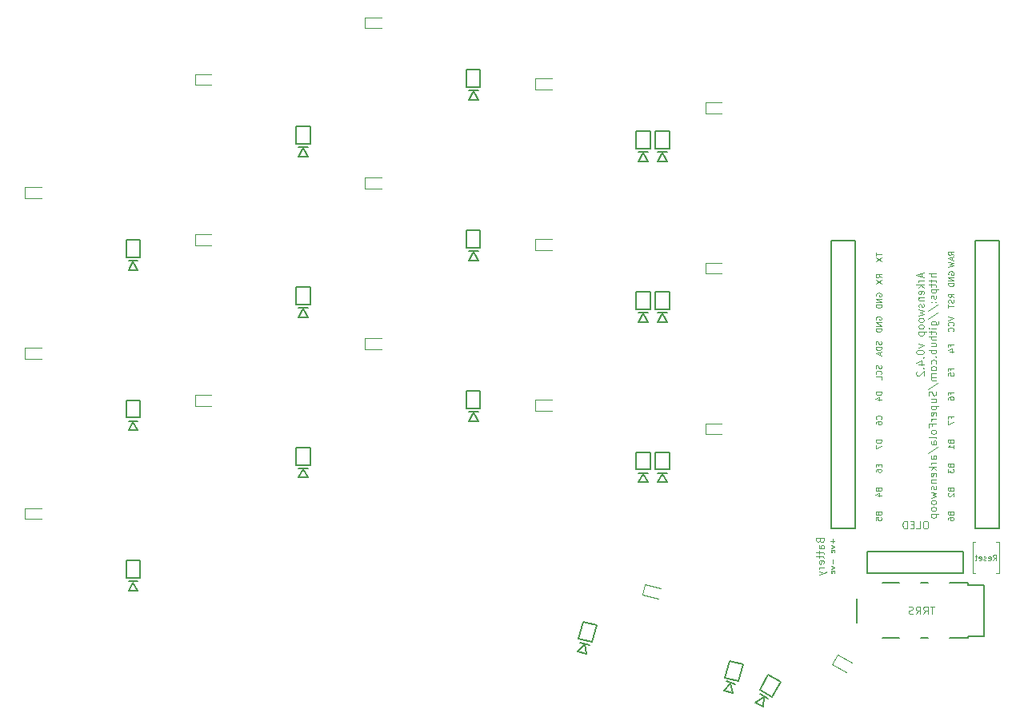
<source format=gbo>
G04 #@! TF.GenerationSoftware,KiCad,Pcbnew,7.0.2-0*
G04 #@! TF.CreationDate,2023-05-28T19:55:49+02:00*
G04 #@! TF.ProjectId,arkenswoop,61726b65-6e73-4776-9f6f-702e6b696361,0.4.2*
G04 #@! TF.SameCoordinates,Original*
G04 #@! TF.FileFunction,Legend,Bot*
G04 #@! TF.FilePolarity,Positive*
%FSLAX46Y46*%
G04 Gerber Fmt 4.6, Leading zero omitted, Abs format (unit mm)*
G04 Created by KiCad (PCBNEW 7.0.2-0) date 2023-05-28 19:55:49*
%MOMM*%
%LPD*%
G01*
G04 APERTURE LIST*
%ADD10C,0.100000*%
%ADD11C,0.080000*%
%ADD12C,0.150000*%
%ADD13C,0.120000*%
G04 APERTURE END LIST*
D10*
X162681851Y-90106317D02*
X162681851Y-90487270D01*
X162910423Y-90030127D02*
X162110423Y-90296794D01*
X162110423Y-90296794D02*
X162910423Y-90563460D01*
X162910423Y-90830127D02*
X162377089Y-90830127D01*
X162529470Y-90830127D02*
X162453280Y-90868222D01*
X162453280Y-90868222D02*
X162415185Y-90906317D01*
X162415185Y-90906317D02*
X162377089Y-90982508D01*
X162377089Y-90982508D02*
X162377089Y-91058698D01*
X162910423Y-91325365D02*
X162110423Y-91325365D01*
X162605661Y-91401555D02*
X162910423Y-91630127D01*
X162377089Y-91630127D02*
X162681851Y-91325365D01*
X162872328Y-92277746D02*
X162910423Y-92201555D01*
X162910423Y-92201555D02*
X162910423Y-92049174D01*
X162910423Y-92049174D02*
X162872328Y-91972984D01*
X162872328Y-91972984D02*
X162796137Y-91934888D01*
X162796137Y-91934888D02*
X162491375Y-91934888D01*
X162491375Y-91934888D02*
X162415185Y-91972984D01*
X162415185Y-91972984D02*
X162377089Y-92049174D01*
X162377089Y-92049174D02*
X162377089Y-92201555D01*
X162377089Y-92201555D02*
X162415185Y-92277746D01*
X162415185Y-92277746D02*
X162491375Y-92315841D01*
X162491375Y-92315841D02*
X162567566Y-92315841D01*
X162567566Y-92315841D02*
X162643756Y-91934888D01*
X162377089Y-92658698D02*
X162910423Y-92658698D01*
X162453280Y-92658698D02*
X162415185Y-92696793D01*
X162415185Y-92696793D02*
X162377089Y-92772983D01*
X162377089Y-92772983D02*
X162377089Y-92887269D01*
X162377089Y-92887269D02*
X162415185Y-92963460D01*
X162415185Y-92963460D02*
X162491375Y-93001555D01*
X162491375Y-93001555D02*
X162910423Y-93001555D01*
X162872328Y-93344412D02*
X162910423Y-93420603D01*
X162910423Y-93420603D02*
X162910423Y-93572984D01*
X162910423Y-93572984D02*
X162872328Y-93649174D01*
X162872328Y-93649174D02*
X162796137Y-93687270D01*
X162796137Y-93687270D02*
X162758042Y-93687270D01*
X162758042Y-93687270D02*
X162681851Y-93649174D01*
X162681851Y-93649174D02*
X162643756Y-93572984D01*
X162643756Y-93572984D02*
X162643756Y-93458698D01*
X162643756Y-93458698D02*
X162605661Y-93382508D01*
X162605661Y-93382508D02*
X162529470Y-93344412D01*
X162529470Y-93344412D02*
X162491375Y-93344412D01*
X162491375Y-93344412D02*
X162415185Y-93382508D01*
X162415185Y-93382508D02*
X162377089Y-93458698D01*
X162377089Y-93458698D02*
X162377089Y-93572984D01*
X162377089Y-93572984D02*
X162415185Y-93649174D01*
X162377089Y-93953936D02*
X162910423Y-94106317D01*
X162910423Y-94106317D02*
X162529470Y-94258698D01*
X162529470Y-94258698D02*
X162910423Y-94411079D01*
X162910423Y-94411079D02*
X162377089Y-94563460D01*
X162910423Y-94982507D02*
X162872328Y-94906317D01*
X162872328Y-94906317D02*
X162834232Y-94868222D01*
X162834232Y-94868222D02*
X162758042Y-94830126D01*
X162758042Y-94830126D02*
X162529470Y-94830126D01*
X162529470Y-94830126D02*
X162453280Y-94868222D01*
X162453280Y-94868222D02*
X162415185Y-94906317D01*
X162415185Y-94906317D02*
X162377089Y-94982507D01*
X162377089Y-94982507D02*
X162377089Y-95096793D01*
X162377089Y-95096793D02*
X162415185Y-95172984D01*
X162415185Y-95172984D02*
X162453280Y-95211079D01*
X162453280Y-95211079D02*
X162529470Y-95249174D01*
X162529470Y-95249174D02*
X162758042Y-95249174D01*
X162758042Y-95249174D02*
X162834232Y-95211079D01*
X162834232Y-95211079D02*
X162872328Y-95172984D01*
X162872328Y-95172984D02*
X162910423Y-95096793D01*
X162910423Y-95096793D02*
X162910423Y-94982507D01*
X162910423Y-95706317D02*
X162872328Y-95630127D01*
X162872328Y-95630127D02*
X162834232Y-95592032D01*
X162834232Y-95592032D02*
X162758042Y-95553936D01*
X162758042Y-95553936D02*
X162529470Y-95553936D01*
X162529470Y-95553936D02*
X162453280Y-95592032D01*
X162453280Y-95592032D02*
X162415185Y-95630127D01*
X162415185Y-95630127D02*
X162377089Y-95706317D01*
X162377089Y-95706317D02*
X162377089Y-95820603D01*
X162377089Y-95820603D02*
X162415185Y-95896794D01*
X162415185Y-95896794D02*
X162453280Y-95934889D01*
X162453280Y-95934889D02*
X162529470Y-95972984D01*
X162529470Y-95972984D02*
X162758042Y-95972984D01*
X162758042Y-95972984D02*
X162834232Y-95934889D01*
X162834232Y-95934889D02*
X162872328Y-95896794D01*
X162872328Y-95896794D02*
X162910423Y-95820603D01*
X162910423Y-95820603D02*
X162910423Y-95706317D01*
X162377089Y-96315842D02*
X163177089Y-96315842D01*
X162415185Y-96315842D02*
X162377089Y-96392032D01*
X162377089Y-96392032D02*
X162377089Y-96544413D01*
X162377089Y-96544413D02*
X162415185Y-96620604D01*
X162415185Y-96620604D02*
X162453280Y-96658699D01*
X162453280Y-96658699D02*
X162529470Y-96696794D01*
X162529470Y-96696794D02*
X162758042Y-96696794D01*
X162758042Y-96696794D02*
X162834232Y-96658699D01*
X162834232Y-96658699D02*
X162872328Y-96620604D01*
X162872328Y-96620604D02*
X162910423Y-96544413D01*
X162910423Y-96544413D02*
X162910423Y-96392032D01*
X162910423Y-96392032D02*
X162872328Y-96315842D01*
X162377089Y-97572985D02*
X162910423Y-97763461D01*
X162910423Y-97763461D02*
X162377089Y-97953938D01*
X162110423Y-98411081D02*
X162110423Y-98487271D01*
X162110423Y-98487271D02*
X162148518Y-98563462D01*
X162148518Y-98563462D02*
X162186613Y-98601557D01*
X162186613Y-98601557D02*
X162262804Y-98639652D01*
X162262804Y-98639652D02*
X162415185Y-98677747D01*
X162415185Y-98677747D02*
X162605661Y-98677747D01*
X162605661Y-98677747D02*
X162758042Y-98639652D01*
X162758042Y-98639652D02*
X162834232Y-98601557D01*
X162834232Y-98601557D02*
X162872328Y-98563462D01*
X162872328Y-98563462D02*
X162910423Y-98487271D01*
X162910423Y-98487271D02*
X162910423Y-98411081D01*
X162910423Y-98411081D02*
X162872328Y-98334890D01*
X162872328Y-98334890D02*
X162834232Y-98296795D01*
X162834232Y-98296795D02*
X162758042Y-98258700D01*
X162758042Y-98258700D02*
X162605661Y-98220604D01*
X162605661Y-98220604D02*
X162415185Y-98220604D01*
X162415185Y-98220604D02*
X162262804Y-98258700D01*
X162262804Y-98258700D02*
X162186613Y-98296795D01*
X162186613Y-98296795D02*
X162148518Y-98334890D01*
X162148518Y-98334890D02*
X162110423Y-98411081D01*
X162834232Y-99020605D02*
X162872328Y-99058700D01*
X162872328Y-99058700D02*
X162910423Y-99020605D01*
X162910423Y-99020605D02*
X162872328Y-98982509D01*
X162872328Y-98982509D02*
X162834232Y-99020605D01*
X162834232Y-99020605D02*
X162910423Y-99020605D01*
X162377089Y-99744414D02*
X162910423Y-99744414D01*
X162072328Y-99553938D02*
X162643756Y-99363461D01*
X162643756Y-99363461D02*
X162643756Y-99858700D01*
X162834232Y-100163462D02*
X162872328Y-100201557D01*
X162872328Y-100201557D02*
X162910423Y-100163462D01*
X162910423Y-100163462D02*
X162872328Y-100125366D01*
X162872328Y-100125366D02*
X162834232Y-100163462D01*
X162834232Y-100163462D02*
X162910423Y-100163462D01*
X162186613Y-100506318D02*
X162148518Y-100544414D01*
X162148518Y-100544414D02*
X162110423Y-100620604D01*
X162110423Y-100620604D02*
X162110423Y-100811080D01*
X162110423Y-100811080D02*
X162148518Y-100887271D01*
X162148518Y-100887271D02*
X162186613Y-100925366D01*
X162186613Y-100925366D02*
X162262804Y-100963461D01*
X162262804Y-100963461D02*
X162338994Y-100963461D01*
X162338994Y-100963461D02*
X162453280Y-100925366D01*
X162453280Y-100925366D02*
X162910423Y-100468223D01*
X162910423Y-100468223D02*
X162910423Y-100963461D01*
X164206423Y-90144413D02*
X163406423Y-90144413D01*
X164206423Y-90487270D02*
X163787375Y-90487270D01*
X163787375Y-90487270D02*
X163711185Y-90449175D01*
X163711185Y-90449175D02*
X163673089Y-90372984D01*
X163673089Y-90372984D02*
X163673089Y-90258698D01*
X163673089Y-90258698D02*
X163711185Y-90182508D01*
X163711185Y-90182508D02*
X163749280Y-90144413D01*
X163673089Y-90753937D02*
X163673089Y-91058699D01*
X163406423Y-90868223D02*
X164092137Y-90868223D01*
X164092137Y-90868223D02*
X164168328Y-90906318D01*
X164168328Y-90906318D02*
X164206423Y-90982508D01*
X164206423Y-90982508D02*
X164206423Y-91058699D01*
X163673089Y-91211080D02*
X163673089Y-91515842D01*
X163406423Y-91325366D02*
X164092137Y-91325366D01*
X164092137Y-91325366D02*
X164168328Y-91363461D01*
X164168328Y-91363461D02*
X164206423Y-91439651D01*
X164206423Y-91439651D02*
X164206423Y-91515842D01*
X163673089Y-91782509D02*
X164473089Y-91782509D01*
X163711185Y-91782509D02*
X163673089Y-91858699D01*
X163673089Y-91858699D02*
X163673089Y-92011080D01*
X163673089Y-92011080D02*
X163711185Y-92087271D01*
X163711185Y-92087271D02*
X163749280Y-92125366D01*
X163749280Y-92125366D02*
X163825470Y-92163461D01*
X163825470Y-92163461D02*
X164054042Y-92163461D01*
X164054042Y-92163461D02*
X164130232Y-92125366D01*
X164130232Y-92125366D02*
X164168328Y-92087271D01*
X164168328Y-92087271D02*
X164206423Y-92011080D01*
X164206423Y-92011080D02*
X164206423Y-91858699D01*
X164206423Y-91858699D02*
X164168328Y-91782509D01*
X164168328Y-92468223D02*
X164206423Y-92544414D01*
X164206423Y-92544414D02*
X164206423Y-92696795D01*
X164206423Y-92696795D02*
X164168328Y-92772985D01*
X164168328Y-92772985D02*
X164092137Y-92811081D01*
X164092137Y-92811081D02*
X164054042Y-92811081D01*
X164054042Y-92811081D02*
X163977851Y-92772985D01*
X163977851Y-92772985D02*
X163939756Y-92696795D01*
X163939756Y-92696795D02*
X163939756Y-92582509D01*
X163939756Y-92582509D02*
X163901661Y-92506319D01*
X163901661Y-92506319D02*
X163825470Y-92468223D01*
X163825470Y-92468223D02*
X163787375Y-92468223D01*
X163787375Y-92468223D02*
X163711185Y-92506319D01*
X163711185Y-92506319D02*
X163673089Y-92582509D01*
X163673089Y-92582509D02*
X163673089Y-92696795D01*
X163673089Y-92696795D02*
X163711185Y-92772985D01*
X164130232Y-93153938D02*
X164168328Y-93192033D01*
X164168328Y-93192033D02*
X164206423Y-93153938D01*
X164206423Y-93153938D02*
X164168328Y-93115842D01*
X164168328Y-93115842D02*
X164130232Y-93153938D01*
X164130232Y-93153938D02*
X164206423Y-93153938D01*
X163711185Y-93153938D02*
X163749280Y-93192033D01*
X163749280Y-93192033D02*
X163787375Y-93153938D01*
X163787375Y-93153938D02*
X163749280Y-93115842D01*
X163749280Y-93115842D02*
X163711185Y-93153938D01*
X163711185Y-93153938D02*
X163787375Y-93153938D01*
X163368328Y-94106318D02*
X164396899Y-93420604D01*
X163368328Y-94944413D02*
X164396899Y-94258699D01*
X163673089Y-95553937D02*
X164320708Y-95553937D01*
X164320708Y-95553937D02*
X164396899Y-95515842D01*
X164396899Y-95515842D02*
X164434994Y-95477746D01*
X164434994Y-95477746D02*
X164473089Y-95401556D01*
X164473089Y-95401556D02*
X164473089Y-95287270D01*
X164473089Y-95287270D02*
X164434994Y-95211080D01*
X164168328Y-95553937D02*
X164206423Y-95477746D01*
X164206423Y-95477746D02*
X164206423Y-95325365D01*
X164206423Y-95325365D02*
X164168328Y-95249175D01*
X164168328Y-95249175D02*
X164130232Y-95211080D01*
X164130232Y-95211080D02*
X164054042Y-95172984D01*
X164054042Y-95172984D02*
X163825470Y-95172984D01*
X163825470Y-95172984D02*
X163749280Y-95211080D01*
X163749280Y-95211080D02*
X163711185Y-95249175D01*
X163711185Y-95249175D02*
X163673089Y-95325365D01*
X163673089Y-95325365D02*
X163673089Y-95477746D01*
X163673089Y-95477746D02*
X163711185Y-95553937D01*
X164206423Y-95934890D02*
X163673089Y-95934890D01*
X163406423Y-95934890D02*
X163444518Y-95896794D01*
X163444518Y-95896794D02*
X163482613Y-95934890D01*
X163482613Y-95934890D02*
X163444518Y-95972985D01*
X163444518Y-95972985D02*
X163406423Y-95934890D01*
X163406423Y-95934890D02*
X163482613Y-95934890D01*
X163673089Y-96201556D02*
X163673089Y-96506318D01*
X163406423Y-96315842D02*
X164092137Y-96315842D01*
X164092137Y-96315842D02*
X164168328Y-96353937D01*
X164168328Y-96353937D02*
X164206423Y-96430127D01*
X164206423Y-96430127D02*
X164206423Y-96506318D01*
X164206423Y-96772985D02*
X163406423Y-96772985D01*
X164206423Y-97115842D02*
X163787375Y-97115842D01*
X163787375Y-97115842D02*
X163711185Y-97077747D01*
X163711185Y-97077747D02*
X163673089Y-97001556D01*
X163673089Y-97001556D02*
X163673089Y-96887270D01*
X163673089Y-96887270D02*
X163711185Y-96811080D01*
X163711185Y-96811080D02*
X163749280Y-96772985D01*
X163673089Y-97839652D02*
X164206423Y-97839652D01*
X163673089Y-97496795D02*
X164092137Y-97496795D01*
X164092137Y-97496795D02*
X164168328Y-97534890D01*
X164168328Y-97534890D02*
X164206423Y-97611080D01*
X164206423Y-97611080D02*
X164206423Y-97725366D01*
X164206423Y-97725366D02*
X164168328Y-97801557D01*
X164168328Y-97801557D02*
X164130232Y-97839652D01*
X164206423Y-98220605D02*
X163406423Y-98220605D01*
X163711185Y-98220605D02*
X163673089Y-98296795D01*
X163673089Y-98296795D02*
X163673089Y-98449176D01*
X163673089Y-98449176D02*
X163711185Y-98525367D01*
X163711185Y-98525367D02*
X163749280Y-98563462D01*
X163749280Y-98563462D02*
X163825470Y-98601557D01*
X163825470Y-98601557D02*
X164054042Y-98601557D01*
X164054042Y-98601557D02*
X164130232Y-98563462D01*
X164130232Y-98563462D02*
X164168328Y-98525367D01*
X164168328Y-98525367D02*
X164206423Y-98449176D01*
X164206423Y-98449176D02*
X164206423Y-98296795D01*
X164206423Y-98296795D02*
X164168328Y-98220605D01*
X164130232Y-98944415D02*
X164168328Y-98982510D01*
X164168328Y-98982510D02*
X164206423Y-98944415D01*
X164206423Y-98944415D02*
X164168328Y-98906319D01*
X164168328Y-98906319D02*
X164130232Y-98944415D01*
X164130232Y-98944415D02*
X164206423Y-98944415D01*
X164168328Y-99668224D02*
X164206423Y-99592033D01*
X164206423Y-99592033D02*
X164206423Y-99439652D01*
X164206423Y-99439652D02*
X164168328Y-99363462D01*
X164168328Y-99363462D02*
X164130232Y-99325367D01*
X164130232Y-99325367D02*
X164054042Y-99287271D01*
X164054042Y-99287271D02*
X163825470Y-99287271D01*
X163825470Y-99287271D02*
X163749280Y-99325367D01*
X163749280Y-99325367D02*
X163711185Y-99363462D01*
X163711185Y-99363462D02*
X163673089Y-99439652D01*
X163673089Y-99439652D02*
X163673089Y-99592033D01*
X163673089Y-99592033D02*
X163711185Y-99668224D01*
X164206423Y-100125366D02*
X164168328Y-100049176D01*
X164168328Y-100049176D02*
X164130232Y-100011081D01*
X164130232Y-100011081D02*
X164054042Y-99972985D01*
X164054042Y-99972985D02*
X163825470Y-99972985D01*
X163825470Y-99972985D02*
X163749280Y-100011081D01*
X163749280Y-100011081D02*
X163711185Y-100049176D01*
X163711185Y-100049176D02*
X163673089Y-100125366D01*
X163673089Y-100125366D02*
X163673089Y-100239652D01*
X163673089Y-100239652D02*
X163711185Y-100315843D01*
X163711185Y-100315843D02*
X163749280Y-100353938D01*
X163749280Y-100353938D02*
X163825470Y-100392033D01*
X163825470Y-100392033D02*
X164054042Y-100392033D01*
X164054042Y-100392033D02*
X164130232Y-100353938D01*
X164130232Y-100353938D02*
X164168328Y-100315843D01*
X164168328Y-100315843D02*
X164206423Y-100239652D01*
X164206423Y-100239652D02*
X164206423Y-100125366D01*
X164206423Y-100734891D02*
X163673089Y-100734891D01*
X163749280Y-100734891D02*
X163711185Y-100772986D01*
X163711185Y-100772986D02*
X163673089Y-100849176D01*
X163673089Y-100849176D02*
X163673089Y-100963462D01*
X163673089Y-100963462D02*
X163711185Y-101039653D01*
X163711185Y-101039653D02*
X163787375Y-101077748D01*
X163787375Y-101077748D02*
X164206423Y-101077748D01*
X163787375Y-101077748D02*
X163711185Y-101115843D01*
X163711185Y-101115843D02*
X163673089Y-101192034D01*
X163673089Y-101192034D02*
X163673089Y-101306319D01*
X163673089Y-101306319D02*
X163711185Y-101382510D01*
X163711185Y-101382510D02*
X163787375Y-101420605D01*
X163787375Y-101420605D02*
X164206423Y-101420605D01*
X163368328Y-102372986D02*
X164396899Y-101687272D01*
X164168328Y-102601557D02*
X164206423Y-102715843D01*
X164206423Y-102715843D02*
X164206423Y-102906319D01*
X164206423Y-102906319D02*
X164168328Y-102982510D01*
X164168328Y-102982510D02*
X164130232Y-103020605D01*
X164130232Y-103020605D02*
X164054042Y-103058700D01*
X164054042Y-103058700D02*
X163977851Y-103058700D01*
X163977851Y-103058700D02*
X163901661Y-103020605D01*
X163901661Y-103020605D02*
X163863566Y-102982510D01*
X163863566Y-102982510D02*
X163825470Y-102906319D01*
X163825470Y-102906319D02*
X163787375Y-102753938D01*
X163787375Y-102753938D02*
X163749280Y-102677748D01*
X163749280Y-102677748D02*
X163711185Y-102639653D01*
X163711185Y-102639653D02*
X163634994Y-102601557D01*
X163634994Y-102601557D02*
X163558804Y-102601557D01*
X163558804Y-102601557D02*
X163482613Y-102639653D01*
X163482613Y-102639653D02*
X163444518Y-102677748D01*
X163444518Y-102677748D02*
X163406423Y-102753938D01*
X163406423Y-102753938D02*
X163406423Y-102944415D01*
X163406423Y-102944415D02*
X163444518Y-103058700D01*
X163673089Y-103744415D02*
X164206423Y-103744415D01*
X163673089Y-103401558D02*
X164092137Y-103401558D01*
X164092137Y-103401558D02*
X164168328Y-103439653D01*
X164168328Y-103439653D02*
X164206423Y-103515843D01*
X164206423Y-103515843D02*
X164206423Y-103630129D01*
X164206423Y-103630129D02*
X164168328Y-103706320D01*
X164168328Y-103706320D02*
X164130232Y-103744415D01*
X163673089Y-104125368D02*
X164473089Y-104125368D01*
X163711185Y-104125368D02*
X163673089Y-104201558D01*
X163673089Y-104201558D02*
X163673089Y-104353939D01*
X163673089Y-104353939D02*
X163711185Y-104430130D01*
X163711185Y-104430130D02*
X163749280Y-104468225D01*
X163749280Y-104468225D02*
X163825470Y-104506320D01*
X163825470Y-104506320D02*
X164054042Y-104506320D01*
X164054042Y-104506320D02*
X164130232Y-104468225D01*
X164130232Y-104468225D02*
X164168328Y-104430130D01*
X164168328Y-104430130D02*
X164206423Y-104353939D01*
X164206423Y-104353939D02*
X164206423Y-104201558D01*
X164206423Y-104201558D02*
X164168328Y-104125368D01*
X164168328Y-105153940D02*
X164206423Y-105077749D01*
X164206423Y-105077749D02*
X164206423Y-104925368D01*
X164206423Y-104925368D02*
X164168328Y-104849178D01*
X164168328Y-104849178D02*
X164092137Y-104811082D01*
X164092137Y-104811082D02*
X163787375Y-104811082D01*
X163787375Y-104811082D02*
X163711185Y-104849178D01*
X163711185Y-104849178D02*
X163673089Y-104925368D01*
X163673089Y-104925368D02*
X163673089Y-105077749D01*
X163673089Y-105077749D02*
X163711185Y-105153940D01*
X163711185Y-105153940D02*
X163787375Y-105192035D01*
X163787375Y-105192035D02*
X163863566Y-105192035D01*
X163863566Y-105192035D02*
X163939756Y-104811082D01*
X164206423Y-105534892D02*
X163673089Y-105534892D01*
X163825470Y-105534892D02*
X163749280Y-105572987D01*
X163749280Y-105572987D02*
X163711185Y-105611082D01*
X163711185Y-105611082D02*
X163673089Y-105687273D01*
X163673089Y-105687273D02*
X163673089Y-105763463D01*
X163787375Y-106296796D02*
X163787375Y-106030130D01*
X164206423Y-106030130D02*
X163406423Y-106030130D01*
X163406423Y-106030130D02*
X163406423Y-106411082D01*
X164206423Y-106830129D02*
X164168328Y-106753939D01*
X164168328Y-106753939D02*
X164130232Y-106715844D01*
X164130232Y-106715844D02*
X164054042Y-106677748D01*
X164054042Y-106677748D02*
X163825470Y-106677748D01*
X163825470Y-106677748D02*
X163749280Y-106715844D01*
X163749280Y-106715844D02*
X163711185Y-106753939D01*
X163711185Y-106753939D02*
X163673089Y-106830129D01*
X163673089Y-106830129D02*
X163673089Y-106944415D01*
X163673089Y-106944415D02*
X163711185Y-107020606D01*
X163711185Y-107020606D02*
X163749280Y-107058701D01*
X163749280Y-107058701D02*
X163825470Y-107096796D01*
X163825470Y-107096796D02*
X164054042Y-107096796D01*
X164054042Y-107096796D02*
X164130232Y-107058701D01*
X164130232Y-107058701D02*
X164168328Y-107020606D01*
X164168328Y-107020606D02*
X164206423Y-106944415D01*
X164206423Y-106944415D02*
X164206423Y-106830129D01*
X164206423Y-107553939D02*
X164168328Y-107477749D01*
X164168328Y-107477749D02*
X164092137Y-107439654D01*
X164092137Y-107439654D02*
X163406423Y-107439654D01*
X164206423Y-108201559D02*
X163787375Y-108201559D01*
X163787375Y-108201559D02*
X163711185Y-108163464D01*
X163711185Y-108163464D02*
X163673089Y-108087273D01*
X163673089Y-108087273D02*
X163673089Y-107934892D01*
X163673089Y-107934892D02*
X163711185Y-107858702D01*
X164168328Y-108201559D02*
X164206423Y-108125368D01*
X164206423Y-108125368D02*
X164206423Y-107934892D01*
X164206423Y-107934892D02*
X164168328Y-107858702D01*
X164168328Y-107858702D02*
X164092137Y-107820606D01*
X164092137Y-107820606D02*
X164015947Y-107820606D01*
X164015947Y-107820606D02*
X163939756Y-107858702D01*
X163939756Y-107858702D02*
X163901661Y-107934892D01*
X163901661Y-107934892D02*
X163901661Y-108125368D01*
X163901661Y-108125368D02*
X163863566Y-108201559D01*
X163368328Y-109153940D02*
X164396899Y-108468226D01*
X164206423Y-109763464D02*
X163787375Y-109763464D01*
X163787375Y-109763464D02*
X163711185Y-109725369D01*
X163711185Y-109725369D02*
X163673089Y-109649178D01*
X163673089Y-109649178D02*
X163673089Y-109496797D01*
X163673089Y-109496797D02*
X163711185Y-109420607D01*
X164168328Y-109763464D02*
X164206423Y-109687273D01*
X164206423Y-109687273D02*
X164206423Y-109496797D01*
X164206423Y-109496797D02*
X164168328Y-109420607D01*
X164168328Y-109420607D02*
X164092137Y-109382511D01*
X164092137Y-109382511D02*
X164015947Y-109382511D01*
X164015947Y-109382511D02*
X163939756Y-109420607D01*
X163939756Y-109420607D02*
X163901661Y-109496797D01*
X163901661Y-109496797D02*
X163901661Y-109687273D01*
X163901661Y-109687273D02*
X163863566Y-109763464D01*
X164206423Y-110144417D02*
X163673089Y-110144417D01*
X163825470Y-110144417D02*
X163749280Y-110182512D01*
X163749280Y-110182512D02*
X163711185Y-110220607D01*
X163711185Y-110220607D02*
X163673089Y-110296798D01*
X163673089Y-110296798D02*
X163673089Y-110372988D01*
X164206423Y-110639655D02*
X163406423Y-110639655D01*
X163901661Y-110715845D02*
X164206423Y-110944417D01*
X163673089Y-110944417D02*
X163977851Y-110639655D01*
X164168328Y-111592036D02*
X164206423Y-111515845D01*
X164206423Y-111515845D02*
X164206423Y-111363464D01*
X164206423Y-111363464D02*
X164168328Y-111287274D01*
X164168328Y-111287274D02*
X164092137Y-111249178D01*
X164092137Y-111249178D02*
X163787375Y-111249178D01*
X163787375Y-111249178D02*
X163711185Y-111287274D01*
X163711185Y-111287274D02*
X163673089Y-111363464D01*
X163673089Y-111363464D02*
X163673089Y-111515845D01*
X163673089Y-111515845D02*
X163711185Y-111592036D01*
X163711185Y-111592036D02*
X163787375Y-111630131D01*
X163787375Y-111630131D02*
X163863566Y-111630131D01*
X163863566Y-111630131D02*
X163939756Y-111249178D01*
X163673089Y-111972988D02*
X164206423Y-111972988D01*
X163749280Y-111972988D02*
X163711185Y-112011083D01*
X163711185Y-112011083D02*
X163673089Y-112087273D01*
X163673089Y-112087273D02*
X163673089Y-112201559D01*
X163673089Y-112201559D02*
X163711185Y-112277750D01*
X163711185Y-112277750D02*
X163787375Y-112315845D01*
X163787375Y-112315845D02*
X164206423Y-112315845D01*
X164168328Y-112658702D02*
X164206423Y-112734893D01*
X164206423Y-112734893D02*
X164206423Y-112887274D01*
X164206423Y-112887274D02*
X164168328Y-112963464D01*
X164168328Y-112963464D02*
X164092137Y-113001560D01*
X164092137Y-113001560D02*
X164054042Y-113001560D01*
X164054042Y-113001560D02*
X163977851Y-112963464D01*
X163977851Y-112963464D02*
X163939756Y-112887274D01*
X163939756Y-112887274D02*
X163939756Y-112772988D01*
X163939756Y-112772988D02*
X163901661Y-112696798D01*
X163901661Y-112696798D02*
X163825470Y-112658702D01*
X163825470Y-112658702D02*
X163787375Y-112658702D01*
X163787375Y-112658702D02*
X163711185Y-112696798D01*
X163711185Y-112696798D02*
X163673089Y-112772988D01*
X163673089Y-112772988D02*
X163673089Y-112887274D01*
X163673089Y-112887274D02*
X163711185Y-112963464D01*
X163673089Y-113268226D02*
X164206423Y-113420607D01*
X164206423Y-113420607D02*
X163825470Y-113572988D01*
X163825470Y-113572988D02*
X164206423Y-113725369D01*
X164206423Y-113725369D02*
X163673089Y-113877750D01*
X164206423Y-114296797D02*
X164168328Y-114220607D01*
X164168328Y-114220607D02*
X164130232Y-114182512D01*
X164130232Y-114182512D02*
X164054042Y-114144416D01*
X164054042Y-114144416D02*
X163825470Y-114144416D01*
X163825470Y-114144416D02*
X163749280Y-114182512D01*
X163749280Y-114182512D02*
X163711185Y-114220607D01*
X163711185Y-114220607D02*
X163673089Y-114296797D01*
X163673089Y-114296797D02*
X163673089Y-114411083D01*
X163673089Y-114411083D02*
X163711185Y-114487274D01*
X163711185Y-114487274D02*
X163749280Y-114525369D01*
X163749280Y-114525369D02*
X163825470Y-114563464D01*
X163825470Y-114563464D02*
X164054042Y-114563464D01*
X164054042Y-114563464D02*
X164130232Y-114525369D01*
X164130232Y-114525369D02*
X164168328Y-114487274D01*
X164168328Y-114487274D02*
X164206423Y-114411083D01*
X164206423Y-114411083D02*
X164206423Y-114296797D01*
X164206423Y-115020607D02*
X164168328Y-114944417D01*
X164168328Y-114944417D02*
X164130232Y-114906322D01*
X164130232Y-114906322D02*
X164054042Y-114868226D01*
X164054042Y-114868226D02*
X163825470Y-114868226D01*
X163825470Y-114868226D02*
X163749280Y-114906322D01*
X163749280Y-114906322D02*
X163711185Y-114944417D01*
X163711185Y-114944417D02*
X163673089Y-115020607D01*
X163673089Y-115020607D02*
X163673089Y-115134893D01*
X163673089Y-115134893D02*
X163711185Y-115211084D01*
X163711185Y-115211084D02*
X163749280Y-115249179D01*
X163749280Y-115249179D02*
X163825470Y-115287274D01*
X163825470Y-115287274D02*
X164054042Y-115287274D01*
X164054042Y-115287274D02*
X164130232Y-115249179D01*
X164130232Y-115249179D02*
X164168328Y-115211084D01*
X164168328Y-115211084D02*
X164206423Y-115134893D01*
X164206423Y-115134893D02*
X164206423Y-115020607D01*
X163673089Y-115630132D02*
X164473089Y-115630132D01*
X163711185Y-115630132D02*
X163673089Y-115706322D01*
X163673089Y-115706322D02*
X163673089Y-115858703D01*
X163673089Y-115858703D02*
X163711185Y-115934894D01*
X163711185Y-115934894D02*
X163749280Y-115972989D01*
X163749280Y-115972989D02*
X163825470Y-116011084D01*
X163825470Y-116011084D02*
X164054042Y-116011084D01*
X164054042Y-116011084D02*
X164130232Y-115972989D01*
X164130232Y-115972989D02*
X164168328Y-115934894D01*
X164168328Y-115934894D02*
X164206423Y-115858703D01*
X164206423Y-115858703D02*
X164206423Y-115706322D01*
X164206423Y-115706322D02*
X164168328Y-115630132D01*
D11*
X170227205Y-120520305D02*
X170427205Y-120234591D01*
X170570062Y-120520305D02*
X170570062Y-119920305D01*
X170570062Y-119920305D02*
X170341491Y-119920305D01*
X170341491Y-119920305D02*
X170284348Y-119948876D01*
X170284348Y-119948876D02*
X170255777Y-119977448D01*
X170255777Y-119977448D02*
X170227205Y-120034591D01*
X170227205Y-120034591D02*
X170227205Y-120120305D01*
X170227205Y-120120305D02*
X170255777Y-120177448D01*
X170255777Y-120177448D02*
X170284348Y-120206019D01*
X170284348Y-120206019D02*
X170341491Y-120234591D01*
X170341491Y-120234591D02*
X170570062Y-120234591D01*
X169741491Y-120491734D02*
X169798634Y-120520305D01*
X169798634Y-120520305D02*
X169912920Y-120520305D01*
X169912920Y-120520305D02*
X169970062Y-120491734D01*
X169970062Y-120491734D02*
X169998634Y-120434591D01*
X169998634Y-120434591D02*
X169998634Y-120206019D01*
X169998634Y-120206019D02*
X169970062Y-120148876D01*
X169970062Y-120148876D02*
X169912920Y-120120305D01*
X169912920Y-120120305D02*
X169798634Y-120120305D01*
X169798634Y-120120305D02*
X169741491Y-120148876D01*
X169741491Y-120148876D02*
X169712920Y-120206019D01*
X169712920Y-120206019D02*
X169712920Y-120263162D01*
X169712920Y-120263162D02*
X169998634Y-120320305D01*
X169484348Y-120491734D02*
X169427205Y-120520305D01*
X169427205Y-120520305D02*
X169312919Y-120520305D01*
X169312919Y-120520305D02*
X169255776Y-120491734D01*
X169255776Y-120491734D02*
X169227205Y-120434591D01*
X169227205Y-120434591D02*
X169227205Y-120406019D01*
X169227205Y-120406019D02*
X169255776Y-120348876D01*
X169255776Y-120348876D02*
X169312919Y-120320305D01*
X169312919Y-120320305D02*
X169398634Y-120320305D01*
X169398634Y-120320305D02*
X169455776Y-120291734D01*
X169455776Y-120291734D02*
X169484348Y-120234591D01*
X169484348Y-120234591D02*
X169484348Y-120206019D01*
X169484348Y-120206019D02*
X169455776Y-120148876D01*
X169455776Y-120148876D02*
X169398634Y-120120305D01*
X169398634Y-120120305D02*
X169312919Y-120120305D01*
X169312919Y-120120305D02*
X169255776Y-120148876D01*
X168741491Y-120491734D02*
X168798634Y-120520305D01*
X168798634Y-120520305D02*
X168912920Y-120520305D01*
X168912920Y-120520305D02*
X168970062Y-120491734D01*
X168970062Y-120491734D02*
X168998634Y-120434591D01*
X168998634Y-120434591D02*
X168998634Y-120206019D01*
X168998634Y-120206019D02*
X168970062Y-120148876D01*
X168970062Y-120148876D02*
X168912920Y-120120305D01*
X168912920Y-120120305D02*
X168798634Y-120120305D01*
X168798634Y-120120305D02*
X168741491Y-120148876D01*
X168741491Y-120148876D02*
X168712920Y-120206019D01*
X168712920Y-120206019D02*
X168712920Y-120263162D01*
X168712920Y-120263162D02*
X168998634Y-120320305D01*
X168541491Y-120120305D02*
X168312919Y-120120305D01*
X168455776Y-119920305D02*
X168455776Y-120434591D01*
X168455776Y-120434591D02*
X168427205Y-120491734D01*
X168427205Y-120491734D02*
X168370062Y-120520305D01*
X168370062Y-120520305D02*
X168312919Y-120520305D01*
X165750116Y-102899410D02*
X165750116Y-102699410D01*
X166064402Y-102699410D02*
X165464402Y-102699410D01*
X165464402Y-102699410D02*
X165464402Y-102985124D01*
X165464402Y-103470839D02*
X165464402Y-103356553D01*
X165464402Y-103356553D02*
X165492973Y-103299410D01*
X165492973Y-103299410D02*
X165521545Y-103270839D01*
X165521545Y-103270839D02*
X165607259Y-103213696D01*
X165607259Y-103213696D02*
X165721545Y-103185124D01*
X165721545Y-103185124D02*
X165950116Y-103185124D01*
X165950116Y-103185124D02*
X166007259Y-103213696D01*
X166007259Y-103213696D02*
X166035831Y-103242267D01*
X166035831Y-103242267D02*
X166064402Y-103299410D01*
X166064402Y-103299410D02*
X166064402Y-103413696D01*
X166064402Y-103413696D02*
X166035831Y-103470839D01*
X166035831Y-103470839D02*
X166007259Y-103499410D01*
X166007259Y-103499410D02*
X165950116Y-103527981D01*
X165950116Y-103527981D02*
X165807259Y-103527981D01*
X165807259Y-103527981D02*
X165750116Y-103499410D01*
X165750116Y-103499410D02*
X165721545Y-103470839D01*
X165721545Y-103470839D02*
X165692973Y-103413696D01*
X165692973Y-103413696D02*
X165692973Y-103299410D01*
X165692973Y-103299410D02*
X165721545Y-103242267D01*
X165721545Y-103242267D02*
X165750116Y-103213696D01*
X165750116Y-103213696D02*
X165807259Y-103185124D01*
X165746129Y-115552541D02*
X165774701Y-115638255D01*
X165774701Y-115638255D02*
X165803272Y-115666826D01*
X165803272Y-115666826D02*
X165860415Y-115695398D01*
X165860415Y-115695398D02*
X165946129Y-115695398D01*
X165946129Y-115695398D02*
X166003272Y-115666826D01*
X166003272Y-115666826D02*
X166031844Y-115638255D01*
X166031844Y-115638255D02*
X166060415Y-115581112D01*
X166060415Y-115581112D02*
X166060415Y-115352541D01*
X166060415Y-115352541D02*
X165460415Y-115352541D01*
X165460415Y-115352541D02*
X165460415Y-115552541D01*
X165460415Y-115552541D02*
X165488986Y-115609684D01*
X165488986Y-115609684D02*
X165517558Y-115638255D01*
X165517558Y-115638255D02*
X165574701Y-115666826D01*
X165574701Y-115666826D02*
X165631844Y-115666826D01*
X165631844Y-115666826D02*
X165688986Y-115638255D01*
X165688986Y-115638255D02*
X165717558Y-115609684D01*
X165717558Y-115609684D02*
X165746129Y-115552541D01*
X165746129Y-115552541D02*
X165746129Y-115352541D01*
X165460415Y-116209684D02*
X165460415Y-116095398D01*
X165460415Y-116095398D02*
X165488986Y-116038255D01*
X165488986Y-116038255D02*
X165517558Y-116009684D01*
X165517558Y-116009684D02*
X165603272Y-115952541D01*
X165603272Y-115952541D02*
X165717558Y-115923969D01*
X165717558Y-115923969D02*
X165946129Y-115923969D01*
X165946129Y-115923969D02*
X166003272Y-115952541D01*
X166003272Y-115952541D02*
X166031844Y-115981112D01*
X166031844Y-115981112D02*
X166060415Y-116038255D01*
X166060415Y-116038255D02*
X166060415Y-116152541D01*
X166060415Y-116152541D02*
X166031844Y-116209684D01*
X166031844Y-116209684D02*
X166003272Y-116238255D01*
X166003272Y-116238255D02*
X165946129Y-116266826D01*
X165946129Y-116266826D02*
X165803272Y-116266826D01*
X165803272Y-116266826D02*
X165746129Y-116238255D01*
X165746129Y-116238255D02*
X165717558Y-116209684D01*
X165717558Y-116209684D02*
X165688986Y-116152541D01*
X165688986Y-116152541D02*
X165688986Y-116038255D01*
X165688986Y-116038255D02*
X165717558Y-115981112D01*
X165717558Y-115981112D02*
X165746129Y-115952541D01*
X165746129Y-115952541D02*
X165803272Y-115923969D01*
X158452980Y-90574664D02*
X158167266Y-90374664D01*
X158452980Y-90231807D02*
X157852980Y-90231807D01*
X157852980Y-90231807D02*
X157852980Y-90460378D01*
X157852980Y-90460378D02*
X157881551Y-90517521D01*
X157881551Y-90517521D02*
X157910123Y-90546092D01*
X157910123Y-90546092D02*
X157967266Y-90574664D01*
X157967266Y-90574664D02*
X158052980Y-90574664D01*
X158052980Y-90574664D02*
X158110123Y-90546092D01*
X158110123Y-90546092D02*
X158138694Y-90517521D01*
X158138694Y-90517521D02*
X158167266Y-90460378D01*
X158167266Y-90460378D02*
X158167266Y-90231807D01*
X157852980Y-90774664D02*
X158452980Y-91174664D01*
X157852980Y-91174664D02*
X158452980Y-90774664D01*
X158419237Y-102658080D02*
X157819237Y-102658080D01*
X157819237Y-102658080D02*
X157819237Y-102800937D01*
X157819237Y-102800937D02*
X157847808Y-102886651D01*
X157847808Y-102886651D02*
X157904951Y-102943794D01*
X157904951Y-102943794D02*
X157962094Y-102972365D01*
X157962094Y-102972365D02*
X158076380Y-103000937D01*
X158076380Y-103000937D02*
X158162094Y-103000937D01*
X158162094Y-103000937D02*
X158276380Y-102972365D01*
X158276380Y-102972365D02*
X158333523Y-102943794D01*
X158333523Y-102943794D02*
X158390666Y-102886651D01*
X158390666Y-102886651D02*
X158419237Y-102800937D01*
X158419237Y-102800937D02*
X158419237Y-102658080D01*
X158019237Y-103515223D02*
X158419237Y-103515223D01*
X157790666Y-103372365D02*
X158219237Y-103229508D01*
X158219237Y-103229508D02*
X158219237Y-103600937D01*
X158100964Y-113014068D02*
X158129536Y-113099782D01*
X158129536Y-113099782D02*
X158158107Y-113128353D01*
X158158107Y-113128353D02*
X158215250Y-113156925D01*
X158215250Y-113156925D02*
X158300964Y-113156925D01*
X158300964Y-113156925D02*
X158358107Y-113128353D01*
X158358107Y-113128353D02*
X158386679Y-113099782D01*
X158386679Y-113099782D02*
X158415250Y-113042639D01*
X158415250Y-113042639D02*
X158415250Y-112814068D01*
X158415250Y-112814068D02*
X157815250Y-112814068D01*
X157815250Y-112814068D02*
X157815250Y-113014068D01*
X157815250Y-113014068D02*
X157843821Y-113071211D01*
X157843821Y-113071211D02*
X157872393Y-113099782D01*
X157872393Y-113099782D02*
X157929536Y-113128353D01*
X157929536Y-113128353D02*
X157986679Y-113128353D01*
X157986679Y-113128353D02*
X158043821Y-113099782D01*
X158043821Y-113099782D02*
X158072393Y-113071211D01*
X158072393Y-113071211D02*
X158100964Y-113014068D01*
X158100964Y-113014068D02*
X158100964Y-112814068D01*
X158015250Y-113671211D02*
X158415250Y-113671211D01*
X157786679Y-113528353D02*
X158215250Y-113385496D01*
X158215250Y-113385496D02*
X158215250Y-113756925D01*
X158107758Y-110307744D02*
X158107758Y-110507744D01*
X158422044Y-110593458D02*
X158422044Y-110307744D01*
X158422044Y-110307744D02*
X157822044Y-110307744D01*
X157822044Y-110307744D02*
X157822044Y-110593458D01*
X157822044Y-111107744D02*
X157822044Y-110993458D01*
X157822044Y-110993458D02*
X157850615Y-110936315D01*
X157850615Y-110936315D02*
X157879187Y-110907744D01*
X157879187Y-110907744D02*
X157964901Y-110850601D01*
X157964901Y-110850601D02*
X158079187Y-110822029D01*
X158079187Y-110822029D02*
X158307758Y-110822029D01*
X158307758Y-110822029D02*
X158364901Y-110850601D01*
X158364901Y-110850601D02*
X158393473Y-110879172D01*
X158393473Y-110879172D02*
X158422044Y-110936315D01*
X158422044Y-110936315D02*
X158422044Y-111050601D01*
X158422044Y-111050601D02*
X158393473Y-111107744D01*
X158393473Y-111107744D02*
X158364901Y-111136315D01*
X158364901Y-111136315D02*
X158307758Y-111164886D01*
X158307758Y-111164886D02*
X158164901Y-111164886D01*
X158164901Y-111164886D02*
X158107758Y-111136315D01*
X158107758Y-111136315D02*
X158079187Y-111107744D01*
X158079187Y-111107744D02*
X158050615Y-111050601D01*
X158050615Y-111050601D02*
X158050615Y-110936315D01*
X158050615Y-110936315D02*
X158079187Y-110879172D01*
X158079187Y-110879172D02*
X158107758Y-110850601D01*
X158107758Y-110850601D02*
X158164901Y-110822029D01*
X165750116Y-100359410D02*
X165750116Y-100159410D01*
X166064402Y-100159410D02*
X165464402Y-100159410D01*
X165464402Y-100159410D02*
X165464402Y-100445124D01*
X165464402Y-100959410D02*
X165464402Y-100673696D01*
X165464402Y-100673696D02*
X165750116Y-100645124D01*
X165750116Y-100645124D02*
X165721545Y-100673696D01*
X165721545Y-100673696D02*
X165692973Y-100730839D01*
X165692973Y-100730839D02*
X165692973Y-100873696D01*
X165692973Y-100873696D02*
X165721545Y-100930839D01*
X165721545Y-100930839D02*
X165750116Y-100959410D01*
X165750116Y-100959410D02*
X165807259Y-100987981D01*
X165807259Y-100987981D02*
X165950116Y-100987981D01*
X165950116Y-100987981D02*
X166007259Y-100959410D01*
X166007259Y-100959410D02*
X166035831Y-100930839D01*
X166035831Y-100930839D02*
X166064402Y-100873696D01*
X166064402Y-100873696D02*
X166064402Y-100730839D01*
X166064402Y-100730839D02*
X166035831Y-100673696D01*
X166035831Y-100673696D02*
X166007259Y-100645124D01*
X165752923Y-107937646D02*
X165781495Y-108023360D01*
X165781495Y-108023360D02*
X165810066Y-108051931D01*
X165810066Y-108051931D02*
X165867209Y-108080503D01*
X165867209Y-108080503D02*
X165952923Y-108080503D01*
X165952923Y-108080503D02*
X166010066Y-108051931D01*
X166010066Y-108051931D02*
X166038638Y-108023360D01*
X166038638Y-108023360D02*
X166067209Y-107966217D01*
X166067209Y-107966217D02*
X166067209Y-107737646D01*
X166067209Y-107737646D02*
X165467209Y-107737646D01*
X165467209Y-107737646D02*
X165467209Y-107937646D01*
X165467209Y-107937646D02*
X165495780Y-107994789D01*
X165495780Y-107994789D02*
X165524352Y-108023360D01*
X165524352Y-108023360D02*
X165581495Y-108051931D01*
X165581495Y-108051931D02*
X165638638Y-108051931D01*
X165638638Y-108051931D02*
X165695780Y-108023360D01*
X165695780Y-108023360D02*
X165724352Y-107994789D01*
X165724352Y-107994789D02*
X165752923Y-107937646D01*
X165752923Y-107937646D02*
X165752923Y-107737646D01*
X166067209Y-108651931D02*
X166067209Y-108309074D01*
X166067209Y-108480503D02*
X165467209Y-108480503D01*
X165467209Y-108480503D02*
X165552923Y-108423360D01*
X165552923Y-108423360D02*
X165610066Y-108366217D01*
X165610066Y-108366217D02*
X165638638Y-108309074D01*
X165526716Y-90215994D02*
X165498145Y-90158852D01*
X165498145Y-90158852D02*
X165498145Y-90073137D01*
X165498145Y-90073137D02*
X165526716Y-89987423D01*
X165526716Y-89987423D02*
X165583859Y-89930280D01*
X165583859Y-89930280D02*
X165641002Y-89901709D01*
X165641002Y-89901709D02*
X165755288Y-89873137D01*
X165755288Y-89873137D02*
X165841002Y-89873137D01*
X165841002Y-89873137D02*
X165955288Y-89901709D01*
X165955288Y-89901709D02*
X166012431Y-89930280D01*
X166012431Y-89930280D02*
X166069574Y-89987423D01*
X166069574Y-89987423D02*
X166098145Y-90073137D01*
X166098145Y-90073137D02*
X166098145Y-90130280D01*
X166098145Y-90130280D02*
X166069574Y-90215994D01*
X166069574Y-90215994D02*
X166041002Y-90244566D01*
X166041002Y-90244566D02*
X165841002Y-90244566D01*
X165841002Y-90244566D02*
X165841002Y-90130280D01*
X166098145Y-90501709D02*
X165498145Y-90501709D01*
X165498145Y-90501709D02*
X166098145Y-90844566D01*
X166098145Y-90844566D02*
X165498145Y-90844566D01*
X166098145Y-91130280D02*
X165498145Y-91130280D01*
X165498145Y-91130280D02*
X165498145Y-91273137D01*
X165498145Y-91273137D02*
X165526716Y-91358851D01*
X165526716Y-91358851D02*
X165583859Y-91415994D01*
X165583859Y-91415994D02*
X165641002Y-91444565D01*
X165641002Y-91444565D02*
X165755288Y-91473137D01*
X165755288Y-91473137D02*
X165841002Y-91473137D01*
X165841002Y-91473137D02*
X165955288Y-91444565D01*
X165955288Y-91444565D02*
X166012431Y-91415994D01*
X166012431Y-91415994D02*
X166069574Y-91358851D01*
X166069574Y-91358851D02*
X166098145Y-91273137D01*
X166098145Y-91273137D02*
X166098145Y-91130280D01*
X157846145Y-87925993D02*
X157846145Y-88268851D01*
X158446145Y-88097422D02*
X157846145Y-88097422D01*
X157846145Y-88411708D02*
X158446145Y-88811708D01*
X157846145Y-88811708D02*
X158446145Y-88411708D01*
X166098145Y-92634565D02*
X165812431Y-92434565D01*
X166098145Y-92291708D02*
X165498145Y-92291708D01*
X165498145Y-92291708D02*
X165498145Y-92520279D01*
X165498145Y-92520279D02*
X165526716Y-92577422D01*
X165526716Y-92577422D02*
X165555288Y-92605993D01*
X165555288Y-92605993D02*
X165612431Y-92634565D01*
X165612431Y-92634565D02*
X165698145Y-92634565D01*
X165698145Y-92634565D02*
X165755288Y-92605993D01*
X165755288Y-92605993D02*
X165783859Y-92577422D01*
X165783859Y-92577422D02*
X165812431Y-92520279D01*
X165812431Y-92520279D02*
X165812431Y-92291708D01*
X166069574Y-92863136D02*
X166098145Y-92948851D01*
X166098145Y-92948851D02*
X166098145Y-93091708D01*
X166098145Y-93091708D02*
X166069574Y-93148851D01*
X166069574Y-93148851D02*
X166041002Y-93177422D01*
X166041002Y-93177422D02*
X165983859Y-93205993D01*
X165983859Y-93205993D02*
X165926716Y-93205993D01*
X165926716Y-93205993D02*
X165869574Y-93177422D01*
X165869574Y-93177422D02*
X165841002Y-93148851D01*
X165841002Y-93148851D02*
X165812431Y-93091708D01*
X165812431Y-93091708D02*
X165783859Y-92977422D01*
X165783859Y-92977422D02*
X165755288Y-92920279D01*
X165755288Y-92920279D02*
X165726716Y-92891708D01*
X165726716Y-92891708D02*
X165669574Y-92863136D01*
X165669574Y-92863136D02*
X165612431Y-92863136D01*
X165612431Y-92863136D02*
X165555288Y-92891708D01*
X165555288Y-92891708D02*
X165526716Y-92920279D01*
X165526716Y-92920279D02*
X165498145Y-92977422D01*
X165498145Y-92977422D02*
X165498145Y-93120279D01*
X165498145Y-93120279D02*
X165526716Y-93205993D01*
X165498145Y-93377422D02*
X165498145Y-93720280D01*
X166098145Y-93548851D02*
X165498145Y-93548851D01*
X158397460Y-97297470D02*
X158426031Y-97383185D01*
X158426031Y-97383185D02*
X158426031Y-97526042D01*
X158426031Y-97526042D02*
X158397460Y-97583185D01*
X158397460Y-97583185D02*
X158368888Y-97611756D01*
X158368888Y-97611756D02*
X158311745Y-97640327D01*
X158311745Y-97640327D02*
X158254602Y-97640327D01*
X158254602Y-97640327D02*
X158197460Y-97611756D01*
X158197460Y-97611756D02*
X158168888Y-97583185D01*
X158168888Y-97583185D02*
X158140317Y-97526042D01*
X158140317Y-97526042D02*
X158111745Y-97411756D01*
X158111745Y-97411756D02*
X158083174Y-97354613D01*
X158083174Y-97354613D02*
X158054602Y-97326042D01*
X158054602Y-97326042D02*
X157997460Y-97297470D01*
X157997460Y-97297470D02*
X157940317Y-97297470D01*
X157940317Y-97297470D02*
X157883174Y-97326042D01*
X157883174Y-97326042D02*
X157854602Y-97354613D01*
X157854602Y-97354613D02*
X157826031Y-97411756D01*
X157826031Y-97411756D02*
X157826031Y-97554613D01*
X157826031Y-97554613D02*
X157854602Y-97640327D01*
X158426031Y-97897471D02*
X157826031Y-97897471D01*
X157826031Y-97897471D02*
X157826031Y-98040328D01*
X157826031Y-98040328D02*
X157854602Y-98126042D01*
X157854602Y-98126042D02*
X157911745Y-98183185D01*
X157911745Y-98183185D02*
X157968888Y-98211756D01*
X157968888Y-98211756D02*
X158083174Y-98240328D01*
X158083174Y-98240328D02*
X158168888Y-98240328D01*
X158168888Y-98240328D02*
X158283174Y-98211756D01*
X158283174Y-98211756D02*
X158340317Y-98183185D01*
X158340317Y-98183185D02*
X158397460Y-98126042D01*
X158397460Y-98126042D02*
X158426031Y-98040328D01*
X158426031Y-98040328D02*
X158426031Y-97897471D01*
X158254602Y-98468899D02*
X158254602Y-98754614D01*
X158426031Y-98411756D02*
X157826031Y-98611756D01*
X157826031Y-98611756D02*
X158426031Y-98811756D01*
X165771116Y-105449985D02*
X165771116Y-105249985D01*
X166085402Y-105249985D02*
X165485402Y-105249985D01*
X165485402Y-105249985D02*
X165485402Y-105535699D01*
X165485402Y-105707128D02*
X165485402Y-106107128D01*
X165485402Y-106107128D02*
X166085402Y-105849985D01*
X157881551Y-92507521D02*
X157852980Y-92450379D01*
X157852980Y-92450379D02*
X157852980Y-92364664D01*
X157852980Y-92364664D02*
X157881551Y-92278950D01*
X157881551Y-92278950D02*
X157938694Y-92221807D01*
X157938694Y-92221807D02*
X157995837Y-92193236D01*
X157995837Y-92193236D02*
X158110123Y-92164664D01*
X158110123Y-92164664D02*
X158195837Y-92164664D01*
X158195837Y-92164664D02*
X158310123Y-92193236D01*
X158310123Y-92193236D02*
X158367266Y-92221807D01*
X158367266Y-92221807D02*
X158424409Y-92278950D01*
X158424409Y-92278950D02*
X158452980Y-92364664D01*
X158452980Y-92364664D02*
X158452980Y-92421807D01*
X158452980Y-92421807D02*
X158424409Y-92507521D01*
X158424409Y-92507521D02*
X158395837Y-92536093D01*
X158395837Y-92536093D02*
X158195837Y-92536093D01*
X158195837Y-92536093D02*
X158195837Y-92421807D01*
X158452980Y-92793236D02*
X157852980Y-92793236D01*
X157852980Y-92793236D02*
X158452980Y-93136093D01*
X158452980Y-93136093D02*
X157852980Y-93136093D01*
X158452980Y-93421807D02*
X157852980Y-93421807D01*
X157852980Y-93421807D02*
X157852980Y-93564664D01*
X157852980Y-93564664D02*
X157881551Y-93650378D01*
X157881551Y-93650378D02*
X157938694Y-93707521D01*
X157938694Y-93707521D02*
X157995837Y-93736092D01*
X157995837Y-93736092D02*
X158110123Y-93764664D01*
X158110123Y-93764664D02*
X158195837Y-93764664D01*
X158195837Y-93764664D02*
X158310123Y-93736092D01*
X158310123Y-93736092D02*
X158367266Y-93707521D01*
X158367266Y-93707521D02*
X158424409Y-93650378D01*
X158424409Y-93650378D02*
X158452980Y-93564664D01*
X158452980Y-93564664D02*
X158452980Y-93421807D01*
X166098145Y-88168851D02*
X165812431Y-87968851D01*
X166098145Y-87825994D02*
X165498145Y-87825994D01*
X165498145Y-87825994D02*
X165498145Y-88054565D01*
X165498145Y-88054565D02*
X165526716Y-88111708D01*
X165526716Y-88111708D02*
X165555288Y-88140279D01*
X165555288Y-88140279D02*
X165612431Y-88168851D01*
X165612431Y-88168851D02*
X165698145Y-88168851D01*
X165698145Y-88168851D02*
X165755288Y-88140279D01*
X165755288Y-88140279D02*
X165783859Y-88111708D01*
X165783859Y-88111708D02*
X165812431Y-88054565D01*
X165812431Y-88054565D02*
X165812431Y-87825994D01*
X165926716Y-88397422D02*
X165926716Y-88683137D01*
X166098145Y-88340279D02*
X165498145Y-88540279D01*
X165498145Y-88540279D02*
X166098145Y-88740279D01*
X165498145Y-88883137D02*
X166098145Y-89025994D01*
X166098145Y-89025994D02*
X165669574Y-89140280D01*
X165669574Y-89140280D02*
X166098145Y-89254565D01*
X166098145Y-89254565D02*
X165498145Y-89397423D01*
X165756910Y-97824515D02*
X165756910Y-97624515D01*
X166071196Y-97624515D02*
X165471196Y-97624515D01*
X165471196Y-97624515D02*
X165471196Y-97910229D01*
X165671196Y-98395944D02*
X166071196Y-98395944D01*
X165442625Y-98253086D02*
X165871196Y-98110229D01*
X165871196Y-98110229D02*
X165871196Y-98481658D01*
X158422044Y-107739173D02*
X157822044Y-107739173D01*
X157822044Y-107739173D02*
X157822044Y-107882030D01*
X157822044Y-107882030D02*
X157850615Y-107967744D01*
X157850615Y-107967744D02*
X157907758Y-108024887D01*
X157907758Y-108024887D02*
X157964901Y-108053458D01*
X157964901Y-108053458D02*
X158079187Y-108082030D01*
X158079187Y-108082030D02*
X158164901Y-108082030D01*
X158164901Y-108082030D02*
X158279187Y-108053458D01*
X158279187Y-108053458D02*
X158336330Y-108024887D01*
X158336330Y-108024887D02*
X158393473Y-107967744D01*
X158393473Y-107967744D02*
X158422044Y-107882030D01*
X158422044Y-107882030D02*
X158422044Y-107739173D01*
X157822044Y-108282030D02*
X157822044Y-108682030D01*
X157822044Y-108682030D02*
X158422044Y-108424887D01*
X158383094Y-105551512D02*
X158411666Y-105522940D01*
X158411666Y-105522940D02*
X158440237Y-105437226D01*
X158440237Y-105437226D02*
X158440237Y-105380083D01*
X158440237Y-105380083D02*
X158411666Y-105294369D01*
X158411666Y-105294369D02*
X158354523Y-105237226D01*
X158354523Y-105237226D02*
X158297380Y-105208655D01*
X158297380Y-105208655D02*
X158183094Y-105180083D01*
X158183094Y-105180083D02*
X158097380Y-105180083D01*
X158097380Y-105180083D02*
X157983094Y-105208655D01*
X157983094Y-105208655D02*
X157925951Y-105237226D01*
X157925951Y-105237226D02*
X157868808Y-105294369D01*
X157868808Y-105294369D02*
X157840237Y-105380083D01*
X157840237Y-105380083D02*
X157840237Y-105437226D01*
X157840237Y-105437226D02*
X157868808Y-105522940D01*
X157868808Y-105522940D02*
X157897380Y-105551512D01*
X157840237Y-106065798D02*
X157840237Y-105951512D01*
X157840237Y-105951512D02*
X157868808Y-105894369D01*
X157868808Y-105894369D02*
X157897380Y-105865798D01*
X157897380Y-105865798D02*
X157983094Y-105808655D01*
X157983094Y-105808655D02*
X158097380Y-105780083D01*
X158097380Y-105780083D02*
X158325951Y-105780083D01*
X158325951Y-105780083D02*
X158383094Y-105808655D01*
X158383094Y-105808655D02*
X158411666Y-105837226D01*
X158411666Y-105837226D02*
X158440237Y-105894369D01*
X158440237Y-105894369D02*
X158440237Y-106008655D01*
X158440237Y-106008655D02*
X158411666Y-106065798D01*
X158411666Y-106065798D02*
X158383094Y-106094369D01*
X158383094Y-106094369D02*
X158325951Y-106122940D01*
X158325951Y-106122940D02*
X158183094Y-106122940D01*
X158183094Y-106122940D02*
X158125951Y-106094369D01*
X158125951Y-106094369D02*
X158097380Y-106065798D01*
X158097380Y-106065798D02*
X158068808Y-106008655D01*
X158068808Y-106008655D02*
X158068808Y-105894369D01*
X158068808Y-105894369D02*
X158097380Y-105837226D01*
X158097380Y-105837226D02*
X158125951Y-105808655D01*
X158125951Y-105808655D02*
X158183094Y-105780083D01*
X157854602Y-95028899D02*
X157826031Y-94971757D01*
X157826031Y-94971757D02*
X157826031Y-94886042D01*
X157826031Y-94886042D02*
X157854602Y-94800328D01*
X157854602Y-94800328D02*
X157911745Y-94743185D01*
X157911745Y-94743185D02*
X157968888Y-94714614D01*
X157968888Y-94714614D02*
X158083174Y-94686042D01*
X158083174Y-94686042D02*
X158168888Y-94686042D01*
X158168888Y-94686042D02*
X158283174Y-94714614D01*
X158283174Y-94714614D02*
X158340317Y-94743185D01*
X158340317Y-94743185D02*
X158397460Y-94800328D01*
X158397460Y-94800328D02*
X158426031Y-94886042D01*
X158426031Y-94886042D02*
X158426031Y-94943185D01*
X158426031Y-94943185D02*
X158397460Y-95028899D01*
X158397460Y-95028899D02*
X158368888Y-95057471D01*
X158368888Y-95057471D02*
X158168888Y-95057471D01*
X158168888Y-95057471D02*
X158168888Y-94943185D01*
X158426031Y-95314614D02*
X157826031Y-95314614D01*
X157826031Y-95314614D02*
X158426031Y-95657471D01*
X158426031Y-95657471D02*
X157826031Y-95657471D01*
X158426031Y-95943185D02*
X157826031Y-95943185D01*
X157826031Y-95943185D02*
X157826031Y-96086042D01*
X157826031Y-96086042D02*
X157854602Y-96171756D01*
X157854602Y-96171756D02*
X157911745Y-96228899D01*
X157911745Y-96228899D02*
X157968888Y-96257470D01*
X157968888Y-96257470D02*
X158083174Y-96286042D01*
X158083174Y-96286042D02*
X158168888Y-96286042D01*
X158168888Y-96286042D02*
X158283174Y-96257470D01*
X158283174Y-96257470D02*
X158340317Y-96228899D01*
X158340317Y-96228899D02*
X158397460Y-96171756D01*
X158397460Y-96171756D02*
X158426031Y-96086042D01*
X158426031Y-96086042D02*
X158426031Y-95943185D01*
X165471196Y-94684514D02*
X166071196Y-94884514D01*
X166071196Y-94884514D02*
X165471196Y-95084514D01*
X166014053Y-95627372D02*
X166042625Y-95598800D01*
X166042625Y-95598800D02*
X166071196Y-95513086D01*
X166071196Y-95513086D02*
X166071196Y-95455943D01*
X166071196Y-95455943D02*
X166042625Y-95370229D01*
X166042625Y-95370229D02*
X165985482Y-95313086D01*
X165985482Y-95313086D02*
X165928339Y-95284515D01*
X165928339Y-95284515D02*
X165814053Y-95255943D01*
X165814053Y-95255943D02*
X165728339Y-95255943D01*
X165728339Y-95255943D02*
X165614053Y-95284515D01*
X165614053Y-95284515D02*
X165556910Y-95313086D01*
X165556910Y-95313086D02*
X165499767Y-95370229D01*
X165499767Y-95370229D02*
X165471196Y-95455943D01*
X165471196Y-95455943D02*
X165471196Y-95513086D01*
X165471196Y-95513086D02*
X165499767Y-95598800D01*
X165499767Y-95598800D02*
X165528339Y-95627372D01*
X166014053Y-96227372D02*
X166042625Y-96198800D01*
X166042625Y-96198800D02*
X166071196Y-96113086D01*
X166071196Y-96113086D02*
X166071196Y-96055943D01*
X166071196Y-96055943D02*
X166042625Y-95970229D01*
X166042625Y-95970229D02*
X165985482Y-95913086D01*
X165985482Y-95913086D02*
X165928339Y-95884515D01*
X165928339Y-95884515D02*
X165814053Y-95855943D01*
X165814053Y-95855943D02*
X165728339Y-95855943D01*
X165728339Y-95855943D02*
X165614053Y-95884515D01*
X165614053Y-95884515D02*
X165556910Y-95913086D01*
X165556910Y-95913086D02*
X165499767Y-95970229D01*
X165499767Y-95970229D02*
X165471196Y-96055943D01*
X165471196Y-96055943D02*
X165471196Y-96113086D01*
X165471196Y-96113086D02*
X165499767Y-96198800D01*
X165499767Y-96198800D02*
X165528339Y-96227372D01*
X158100964Y-115554068D02*
X158129536Y-115639782D01*
X158129536Y-115639782D02*
X158158107Y-115668353D01*
X158158107Y-115668353D02*
X158215250Y-115696925D01*
X158215250Y-115696925D02*
X158300964Y-115696925D01*
X158300964Y-115696925D02*
X158358107Y-115668353D01*
X158358107Y-115668353D02*
X158386679Y-115639782D01*
X158386679Y-115639782D02*
X158415250Y-115582639D01*
X158415250Y-115582639D02*
X158415250Y-115354068D01*
X158415250Y-115354068D02*
X157815250Y-115354068D01*
X157815250Y-115354068D02*
X157815250Y-115554068D01*
X157815250Y-115554068D02*
X157843821Y-115611211D01*
X157843821Y-115611211D02*
X157872393Y-115639782D01*
X157872393Y-115639782D02*
X157929536Y-115668353D01*
X157929536Y-115668353D02*
X157986679Y-115668353D01*
X157986679Y-115668353D02*
X158043821Y-115639782D01*
X158043821Y-115639782D02*
X158072393Y-115611211D01*
X158072393Y-115611211D02*
X158100964Y-115554068D01*
X158100964Y-115554068D02*
X158100964Y-115354068D01*
X157815250Y-116239782D02*
X157815250Y-115954068D01*
X157815250Y-115954068D02*
X158100964Y-115925496D01*
X158100964Y-115925496D02*
X158072393Y-115954068D01*
X158072393Y-115954068D02*
X158043821Y-116011211D01*
X158043821Y-116011211D02*
X158043821Y-116154068D01*
X158043821Y-116154068D02*
X158072393Y-116211211D01*
X158072393Y-116211211D02*
X158100964Y-116239782D01*
X158100964Y-116239782D02*
X158158107Y-116268353D01*
X158158107Y-116268353D02*
X158300964Y-116268353D01*
X158300964Y-116268353D02*
X158358107Y-116239782D01*
X158358107Y-116239782D02*
X158386679Y-116211211D01*
X158386679Y-116211211D02*
X158415250Y-116154068D01*
X158415250Y-116154068D02*
X158415250Y-116011211D01*
X158415250Y-116011211D02*
X158386679Y-115954068D01*
X158386679Y-115954068D02*
X158358107Y-115925496D01*
X158390666Y-99846651D02*
X158419237Y-99932366D01*
X158419237Y-99932366D02*
X158419237Y-100075223D01*
X158419237Y-100075223D02*
X158390666Y-100132366D01*
X158390666Y-100132366D02*
X158362094Y-100160937D01*
X158362094Y-100160937D02*
X158304951Y-100189508D01*
X158304951Y-100189508D02*
X158247808Y-100189508D01*
X158247808Y-100189508D02*
X158190666Y-100160937D01*
X158190666Y-100160937D02*
X158162094Y-100132366D01*
X158162094Y-100132366D02*
X158133523Y-100075223D01*
X158133523Y-100075223D02*
X158104951Y-99960937D01*
X158104951Y-99960937D02*
X158076380Y-99903794D01*
X158076380Y-99903794D02*
X158047808Y-99875223D01*
X158047808Y-99875223D02*
X157990666Y-99846651D01*
X157990666Y-99846651D02*
X157933523Y-99846651D01*
X157933523Y-99846651D02*
X157876380Y-99875223D01*
X157876380Y-99875223D02*
X157847808Y-99903794D01*
X157847808Y-99903794D02*
X157819237Y-99960937D01*
X157819237Y-99960937D02*
X157819237Y-100103794D01*
X157819237Y-100103794D02*
X157847808Y-100189508D01*
X158362094Y-100789509D02*
X158390666Y-100760937D01*
X158390666Y-100760937D02*
X158419237Y-100675223D01*
X158419237Y-100675223D02*
X158419237Y-100618080D01*
X158419237Y-100618080D02*
X158390666Y-100532366D01*
X158390666Y-100532366D02*
X158333523Y-100475223D01*
X158333523Y-100475223D02*
X158276380Y-100446652D01*
X158276380Y-100446652D02*
X158162094Y-100418080D01*
X158162094Y-100418080D02*
X158076380Y-100418080D01*
X158076380Y-100418080D02*
X157962094Y-100446652D01*
X157962094Y-100446652D02*
X157904951Y-100475223D01*
X157904951Y-100475223D02*
X157847808Y-100532366D01*
X157847808Y-100532366D02*
X157819237Y-100618080D01*
X157819237Y-100618080D02*
X157819237Y-100675223D01*
X157819237Y-100675223D02*
X157847808Y-100760937D01*
X157847808Y-100760937D02*
X157876380Y-100789509D01*
X158419237Y-101332366D02*
X158419237Y-101046652D01*
X158419237Y-101046652D02*
X157819237Y-101046652D01*
X165752923Y-110477646D02*
X165781495Y-110563360D01*
X165781495Y-110563360D02*
X165810066Y-110591931D01*
X165810066Y-110591931D02*
X165867209Y-110620503D01*
X165867209Y-110620503D02*
X165952923Y-110620503D01*
X165952923Y-110620503D02*
X166010066Y-110591931D01*
X166010066Y-110591931D02*
X166038638Y-110563360D01*
X166038638Y-110563360D02*
X166067209Y-110506217D01*
X166067209Y-110506217D02*
X166067209Y-110277646D01*
X166067209Y-110277646D02*
X165467209Y-110277646D01*
X165467209Y-110277646D02*
X165467209Y-110477646D01*
X165467209Y-110477646D02*
X165495780Y-110534789D01*
X165495780Y-110534789D02*
X165524352Y-110563360D01*
X165524352Y-110563360D02*
X165581495Y-110591931D01*
X165581495Y-110591931D02*
X165638638Y-110591931D01*
X165638638Y-110591931D02*
X165695780Y-110563360D01*
X165695780Y-110563360D02*
X165724352Y-110534789D01*
X165724352Y-110534789D02*
X165752923Y-110477646D01*
X165752923Y-110477646D02*
X165752923Y-110277646D01*
X165467209Y-110820503D02*
X165467209Y-111191931D01*
X165467209Y-111191931D02*
X165695780Y-110991931D01*
X165695780Y-110991931D02*
X165695780Y-111077646D01*
X165695780Y-111077646D02*
X165724352Y-111134789D01*
X165724352Y-111134789D02*
X165752923Y-111163360D01*
X165752923Y-111163360D02*
X165810066Y-111191931D01*
X165810066Y-111191931D02*
X165952923Y-111191931D01*
X165952923Y-111191931D02*
X166010066Y-111163360D01*
X166010066Y-111163360D02*
X166038638Y-111134789D01*
X166038638Y-111134789D02*
X166067209Y-111077646D01*
X166067209Y-111077646D02*
X166067209Y-110906217D01*
X166067209Y-110906217D02*
X166038638Y-110849074D01*
X166038638Y-110849074D02*
X166010066Y-110820503D01*
X165746129Y-113012541D02*
X165774701Y-113098255D01*
X165774701Y-113098255D02*
X165803272Y-113126826D01*
X165803272Y-113126826D02*
X165860415Y-113155398D01*
X165860415Y-113155398D02*
X165946129Y-113155398D01*
X165946129Y-113155398D02*
X166003272Y-113126826D01*
X166003272Y-113126826D02*
X166031844Y-113098255D01*
X166031844Y-113098255D02*
X166060415Y-113041112D01*
X166060415Y-113041112D02*
X166060415Y-112812541D01*
X166060415Y-112812541D02*
X165460415Y-112812541D01*
X165460415Y-112812541D02*
X165460415Y-113012541D01*
X165460415Y-113012541D02*
X165488986Y-113069684D01*
X165488986Y-113069684D02*
X165517558Y-113098255D01*
X165517558Y-113098255D02*
X165574701Y-113126826D01*
X165574701Y-113126826D02*
X165631844Y-113126826D01*
X165631844Y-113126826D02*
X165688986Y-113098255D01*
X165688986Y-113098255D02*
X165717558Y-113069684D01*
X165717558Y-113069684D02*
X165746129Y-113012541D01*
X165746129Y-113012541D02*
X165746129Y-112812541D01*
X165517558Y-113383969D02*
X165488986Y-113412541D01*
X165488986Y-113412541D02*
X165460415Y-113469684D01*
X165460415Y-113469684D02*
X165460415Y-113612541D01*
X165460415Y-113612541D02*
X165488986Y-113669684D01*
X165488986Y-113669684D02*
X165517558Y-113698255D01*
X165517558Y-113698255D02*
X165574701Y-113726826D01*
X165574701Y-113726826D02*
X165631844Y-113726826D01*
X165631844Y-113726826D02*
X165717558Y-113698255D01*
X165717558Y-113698255D02*
X166060415Y-113355398D01*
X166060415Y-113355398D02*
X166060415Y-113726826D01*
D10*
X164038545Y-125384930D02*
X163581402Y-125384930D01*
X163809974Y-126184930D02*
X163809974Y-125384930D01*
X162857592Y-126184930D02*
X163124259Y-125803977D01*
X163314735Y-126184930D02*
X163314735Y-125384930D01*
X163314735Y-125384930D02*
X163009973Y-125384930D01*
X163009973Y-125384930D02*
X162933783Y-125423025D01*
X162933783Y-125423025D02*
X162895688Y-125461120D01*
X162895688Y-125461120D02*
X162857592Y-125537311D01*
X162857592Y-125537311D02*
X162857592Y-125651596D01*
X162857592Y-125651596D02*
X162895688Y-125727787D01*
X162895688Y-125727787D02*
X162933783Y-125765882D01*
X162933783Y-125765882D02*
X163009973Y-125803977D01*
X163009973Y-125803977D02*
X163314735Y-125803977D01*
X162057592Y-126184930D02*
X162324259Y-125803977D01*
X162514735Y-126184930D02*
X162514735Y-125384930D01*
X162514735Y-125384930D02*
X162209973Y-125384930D01*
X162209973Y-125384930D02*
X162133783Y-125423025D01*
X162133783Y-125423025D02*
X162095688Y-125461120D01*
X162095688Y-125461120D02*
X162057592Y-125537311D01*
X162057592Y-125537311D02*
X162057592Y-125651596D01*
X162057592Y-125651596D02*
X162095688Y-125727787D01*
X162095688Y-125727787D02*
X162133783Y-125765882D01*
X162133783Y-125765882D02*
X162209973Y-125803977D01*
X162209973Y-125803977D02*
X162514735Y-125803977D01*
X161752831Y-126146835D02*
X161638545Y-126184930D01*
X161638545Y-126184930D02*
X161448069Y-126184930D01*
X161448069Y-126184930D02*
X161371878Y-126146835D01*
X161371878Y-126146835D02*
X161333783Y-126108739D01*
X161333783Y-126108739D02*
X161295688Y-126032549D01*
X161295688Y-126032549D02*
X161295688Y-125956358D01*
X161295688Y-125956358D02*
X161333783Y-125880168D01*
X161333783Y-125880168D02*
X161371878Y-125842073D01*
X161371878Y-125842073D02*
X161448069Y-125803977D01*
X161448069Y-125803977D02*
X161600450Y-125765882D01*
X161600450Y-125765882D02*
X161676640Y-125727787D01*
X161676640Y-125727787D02*
X161714735Y-125689692D01*
X161714735Y-125689692D02*
X161752831Y-125613501D01*
X161752831Y-125613501D02*
X161752831Y-125537311D01*
X161752831Y-125537311D02*
X161714735Y-125461120D01*
X161714735Y-125461120D02*
X161676640Y-125423025D01*
X161676640Y-125423025D02*
X161600450Y-125384930D01*
X161600450Y-125384930D02*
X161409973Y-125384930D01*
X161409973Y-125384930D02*
X161295688Y-125423025D01*
X163166657Y-116352921D02*
X163014276Y-116352921D01*
X163014276Y-116352921D02*
X162938086Y-116391016D01*
X162938086Y-116391016D02*
X162861895Y-116467206D01*
X162861895Y-116467206D02*
X162823800Y-116619587D01*
X162823800Y-116619587D02*
X162823800Y-116886254D01*
X162823800Y-116886254D02*
X162861895Y-117038635D01*
X162861895Y-117038635D02*
X162938086Y-117114826D01*
X162938086Y-117114826D02*
X163014276Y-117152921D01*
X163014276Y-117152921D02*
X163166657Y-117152921D01*
X163166657Y-117152921D02*
X163242848Y-117114826D01*
X163242848Y-117114826D02*
X163319038Y-117038635D01*
X163319038Y-117038635D02*
X163357134Y-116886254D01*
X163357134Y-116886254D02*
X163357134Y-116619587D01*
X163357134Y-116619587D02*
X163319038Y-116467206D01*
X163319038Y-116467206D02*
X163242848Y-116391016D01*
X163242848Y-116391016D02*
X163166657Y-116352921D01*
X162099991Y-117152921D02*
X162480943Y-117152921D01*
X162480943Y-117152921D02*
X162480943Y-116352921D01*
X161833324Y-116733873D02*
X161566658Y-116733873D01*
X161452372Y-117152921D02*
X161833324Y-117152921D01*
X161833324Y-117152921D02*
X161833324Y-116352921D01*
X161833324Y-116352921D02*
X161452372Y-116352921D01*
X161109514Y-117152921D02*
X161109514Y-116352921D01*
X161109514Y-116352921D02*
X160919038Y-116352921D01*
X160919038Y-116352921D02*
X160804752Y-116391016D01*
X160804752Y-116391016D02*
X160728562Y-116467206D01*
X160728562Y-116467206D02*
X160690467Y-116543397D01*
X160690467Y-116543397D02*
X160652371Y-116695778D01*
X160652371Y-116695778D02*
X160652371Y-116810064D01*
X160652371Y-116810064D02*
X160690467Y-116962445D01*
X160690467Y-116962445D02*
X160728562Y-117038635D01*
X160728562Y-117038635D02*
X160804752Y-117114826D01*
X160804752Y-117114826D02*
X160919038Y-117152921D01*
X160919038Y-117152921D02*
X161109514Y-117152921D01*
X151912793Y-118384177D02*
X151950888Y-118498463D01*
X151950888Y-118498463D02*
X151988984Y-118536558D01*
X151988984Y-118536558D02*
X152065174Y-118574654D01*
X152065174Y-118574654D02*
X152179460Y-118574654D01*
X152179460Y-118574654D02*
X152255650Y-118536558D01*
X152255650Y-118536558D02*
X152293746Y-118498463D01*
X152293746Y-118498463D02*
X152331841Y-118422273D01*
X152331841Y-118422273D02*
X152331841Y-118117511D01*
X152331841Y-118117511D02*
X151531841Y-118117511D01*
X151531841Y-118117511D02*
X151531841Y-118384177D01*
X151531841Y-118384177D02*
X151569936Y-118460368D01*
X151569936Y-118460368D02*
X151608031Y-118498463D01*
X151608031Y-118498463D02*
X151684222Y-118536558D01*
X151684222Y-118536558D02*
X151760412Y-118536558D01*
X151760412Y-118536558D02*
X151836603Y-118498463D01*
X151836603Y-118498463D02*
X151874698Y-118460368D01*
X151874698Y-118460368D02*
X151912793Y-118384177D01*
X151912793Y-118384177D02*
X151912793Y-118117511D01*
X152331841Y-119260368D02*
X151912793Y-119260368D01*
X151912793Y-119260368D02*
X151836603Y-119222273D01*
X151836603Y-119222273D02*
X151798507Y-119146082D01*
X151798507Y-119146082D02*
X151798507Y-118993701D01*
X151798507Y-118993701D02*
X151836603Y-118917511D01*
X152293746Y-119260368D02*
X152331841Y-119184177D01*
X152331841Y-119184177D02*
X152331841Y-118993701D01*
X152331841Y-118993701D02*
X152293746Y-118917511D01*
X152293746Y-118917511D02*
X152217555Y-118879415D01*
X152217555Y-118879415D02*
X152141365Y-118879415D01*
X152141365Y-118879415D02*
X152065174Y-118917511D01*
X152065174Y-118917511D02*
X152027079Y-118993701D01*
X152027079Y-118993701D02*
X152027079Y-119184177D01*
X152027079Y-119184177D02*
X151988984Y-119260368D01*
X151798507Y-119527035D02*
X151798507Y-119831797D01*
X151531841Y-119641321D02*
X152217555Y-119641321D01*
X152217555Y-119641321D02*
X152293746Y-119679416D01*
X152293746Y-119679416D02*
X152331841Y-119755606D01*
X152331841Y-119755606D02*
X152331841Y-119831797D01*
X151798507Y-119984178D02*
X151798507Y-120288940D01*
X151531841Y-120098464D02*
X152217555Y-120098464D01*
X152217555Y-120098464D02*
X152293746Y-120136559D01*
X152293746Y-120136559D02*
X152331841Y-120212749D01*
X152331841Y-120212749D02*
X152331841Y-120288940D01*
X152293746Y-120860369D02*
X152331841Y-120784178D01*
X152331841Y-120784178D02*
X152331841Y-120631797D01*
X152331841Y-120631797D02*
X152293746Y-120555607D01*
X152293746Y-120555607D02*
X152217555Y-120517511D01*
X152217555Y-120517511D02*
X151912793Y-120517511D01*
X151912793Y-120517511D02*
X151836603Y-120555607D01*
X151836603Y-120555607D02*
X151798507Y-120631797D01*
X151798507Y-120631797D02*
X151798507Y-120784178D01*
X151798507Y-120784178D02*
X151836603Y-120860369D01*
X151836603Y-120860369D02*
X151912793Y-120898464D01*
X151912793Y-120898464D02*
X151988984Y-120898464D01*
X151988984Y-120898464D02*
X152065174Y-120517511D01*
X152331841Y-121241321D02*
X151798507Y-121241321D01*
X151950888Y-121241321D02*
X151874698Y-121279416D01*
X151874698Y-121279416D02*
X151836603Y-121317511D01*
X151836603Y-121317511D02*
X151798507Y-121393702D01*
X151798507Y-121393702D02*
X151798507Y-121469892D01*
X151798507Y-121660368D02*
X152331841Y-121850844D01*
X151798507Y-122041321D02*
X152331841Y-121850844D01*
X152331841Y-121850844D02*
X152522317Y-121774654D01*
X152522317Y-121774654D02*
X152560412Y-121736559D01*
X152560412Y-121736559D02*
X152598507Y-121660368D01*
D11*
X153253746Y-118227035D02*
X153253746Y-118684178D01*
X153482317Y-118455606D02*
X153025174Y-118455606D01*
X153082317Y-118912749D02*
X153482317Y-119055606D01*
X153482317Y-119055606D02*
X153082317Y-119198463D01*
X153453746Y-119655606D02*
X153482317Y-119598463D01*
X153482317Y-119598463D02*
X153482317Y-119484178D01*
X153482317Y-119484178D02*
X153453746Y-119427035D01*
X153453746Y-119427035D02*
X153396603Y-119398463D01*
X153396603Y-119398463D02*
X153168031Y-119398463D01*
X153168031Y-119398463D02*
X153110888Y-119427035D01*
X153110888Y-119427035D02*
X153082317Y-119484178D01*
X153082317Y-119484178D02*
X153082317Y-119598463D01*
X153082317Y-119598463D02*
X153110888Y-119655606D01*
X153110888Y-119655606D02*
X153168031Y-119684178D01*
X153168031Y-119684178D02*
X153225174Y-119684178D01*
X153225174Y-119684178D02*
X153282317Y-119398463D01*
X153253746Y-120427035D02*
X153253746Y-120884178D01*
X153082317Y-121112749D02*
X153482317Y-121255606D01*
X153482317Y-121255606D02*
X153082317Y-121398463D01*
X153453746Y-121855606D02*
X153482317Y-121798463D01*
X153482317Y-121798463D02*
X153482317Y-121684178D01*
X153482317Y-121684178D02*
X153453746Y-121627035D01*
X153453746Y-121627035D02*
X153396603Y-121598463D01*
X153396603Y-121598463D02*
X153168031Y-121598463D01*
X153168031Y-121598463D02*
X153110888Y-121627035D01*
X153110888Y-121627035D02*
X153082317Y-121684178D01*
X153082317Y-121684178D02*
X153082317Y-121798463D01*
X153082317Y-121798463D02*
X153110888Y-121855606D01*
X153110888Y-121855606D02*
X153168031Y-121884178D01*
X153168031Y-121884178D02*
X153225174Y-121884178D01*
X153225174Y-121884178D02*
X153282317Y-121598463D01*
D12*
X115979545Y-68539476D02*
X114479545Y-68539476D01*
X114479545Y-68539476D02*
X114479545Y-70389476D01*
X115979545Y-70389476D02*
X115979545Y-68539476D01*
X115979545Y-70389476D02*
X114479545Y-70389476D01*
X114729545Y-70739476D02*
X115729545Y-70739476D01*
X115229545Y-70839476D02*
X114729545Y-71739476D01*
X115729545Y-71739476D02*
X115229545Y-70839476D01*
X114729545Y-71739476D02*
X115729545Y-71739476D01*
D13*
X69529541Y-82139773D02*
X67779341Y-82139773D01*
X69529541Y-80990173D02*
X67779341Y-80990173D01*
X67779341Y-80990173D02*
X67779341Y-82139773D01*
X141529547Y-73139269D02*
X139779347Y-73139269D01*
X141529547Y-71989669D02*
X139779347Y-71989669D01*
X139779347Y-71989669D02*
X139779347Y-73139269D01*
D12*
X79979545Y-103539969D02*
X78479545Y-103539969D01*
X78479545Y-103539969D02*
X78479545Y-105389969D01*
X79979545Y-105389969D02*
X79979545Y-103539969D01*
X79979545Y-105389969D02*
X78479545Y-105389969D01*
X78729545Y-105739969D02*
X79729545Y-105739969D01*
X79229545Y-105839969D02*
X78729545Y-106739969D01*
X79729545Y-106739969D02*
X79229545Y-105839969D01*
X78729545Y-106739969D02*
X79729545Y-106739969D01*
D13*
X87529543Y-70139772D02*
X85779343Y-70139772D01*
X87529543Y-68990172D02*
X85779343Y-68990172D01*
X85779343Y-68990172D02*
X85779343Y-70139772D01*
X105529547Y-98139271D02*
X103779347Y-98139271D01*
X105529547Y-96989671D02*
X103779347Y-96989671D01*
X103779347Y-96989671D02*
X103779347Y-98139271D01*
X168084349Y-121892734D02*
X168084349Y-118592734D01*
X168384349Y-121892734D02*
X168084349Y-121892734D01*
X170584349Y-121892734D02*
X170884349Y-121892734D01*
X170884349Y-121892734D02*
X170884349Y-118592734D01*
X168084349Y-118592734D02*
X168384349Y-118592734D01*
X170884349Y-118592734D02*
X170584349Y-118592734D01*
D12*
X79979544Y-86539965D02*
X78479544Y-86539965D01*
X78479544Y-86539965D02*
X78479544Y-88389965D01*
X79979544Y-88389965D02*
X79979544Y-86539965D01*
X79979544Y-88389965D02*
X78479544Y-88389965D01*
X78729544Y-88739965D02*
X79729544Y-88739965D01*
X79229544Y-88839965D02*
X78729544Y-89739965D01*
X79729544Y-89739965D02*
X79229544Y-88839965D01*
X78729544Y-89739965D02*
X79729544Y-89739965D01*
D13*
X105529543Y-64139273D02*
X103779343Y-64139273D01*
X105529543Y-62989673D02*
X103779343Y-62989673D01*
X103779343Y-62989673D02*
X103779343Y-64139273D01*
X141529547Y-90139275D02*
X139779347Y-90139275D01*
X141529547Y-88989675D02*
X139779347Y-88989675D01*
X139779347Y-88989675D02*
X139779347Y-90139275D01*
X154744367Y-132351189D02*
X153228649Y-131476089D01*
X155319167Y-131355606D02*
X153803449Y-130480506D01*
X153803449Y-130480506D02*
X153228649Y-131476089D01*
D12*
X135979544Y-109039474D02*
X134479544Y-109039474D01*
X134479544Y-109039474D02*
X134479544Y-110889474D01*
X135979544Y-110889474D02*
X135979544Y-109039474D01*
X135979544Y-110889474D02*
X134479544Y-110889474D01*
X134729544Y-111239474D02*
X135729544Y-111239474D01*
X135229544Y-111339474D02*
X134729544Y-112239474D01*
X135729544Y-112239474D02*
X135229544Y-111339474D01*
X134729544Y-112239474D02*
X135729544Y-112239474D01*
X133978549Y-75039472D02*
X132478549Y-75039472D01*
X132478549Y-75039472D02*
X132478549Y-76889472D01*
X133978549Y-76889472D02*
X133978549Y-75039472D01*
X133978549Y-76889472D02*
X132478549Y-76889472D01*
X132728549Y-77239472D02*
X133728549Y-77239472D01*
X133228549Y-77339472D02*
X132728549Y-78239472D01*
X133728549Y-78239472D02*
X133228549Y-77339472D01*
X132728549Y-78239472D02*
X133728549Y-78239472D01*
X115979549Y-85539466D02*
X114479549Y-85539466D01*
X114479549Y-85539466D02*
X114479549Y-87389466D01*
X115979549Y-87389466D02*
X115979549Y-85539466D01*
X115979549Y-87389466D02*
X114479549Y-87389466D01*
X114729549Y-87739466D02*
X115729549Y-87739466D01*
X115229549Y-87839466D02*
X114729549Y-88739466D01*
X115729549Y-88739466D02*
X115229549Y-87839466D01*
X114729549Y-88739466D02*
X115729549Y-88739466D01*
X133978550Y-92039471D02*
X132478550Y-92039471D01*
X132478550Y-92039471D02*
X132478550Y-93889471D01*
X133978550Y-93889471D02*
X133978550Y-92039471D01*
X133978550Y-93889471D02*
X132478550Y-93889471D01*
X132728550Y-94239471D02*
X133728550Y-94239471D01*
X133228550Y-94339471D02*
X132728550Y-95239471D01*
X133728550Y-95239471D02*
X133228550Y-94339471D01*
X132728550Y-95239471D02*
X133728550Y-95239471D01*
X135979551Y-75039473D02*
X134479551Y-75039473D01*
X134479551Y-75039473D02*
X134479551Y-76889473D01*
X135979551Y-76889473D02*
X135979551Y-75039473D01*
X135979551Y-76889473D02*
X134479551Y-76889473D01*
X134729551Y-77239473D02*
X135729551Y-77239473D01*
X135229551Y-77339473D02*
X134729551Y-78239473D01*
X135729551Y-78239473D02*
X135229551Y-77339473D01*
X134729551Y-78239473D02*
X135729551Y-78239473D01*
X153104574Y-86613137D02*
X153104574Y-117093137D01*
X153104574Y-86613137D02*
X155644574Y-86613137D01*
X155644574Y-86613137D02*
X155644574Y-117093137D01*
X155644574Y-117093137D02*
X153104574Y-117093137D01*
X168344574Y-86613137D02*
X168344574Y-117093137D01*
X168344574Y-86613137D02*
X170884574Y-86613137D01*
X168344574Y-117093137D02*
X170884574Y-117093137D01*
X170884574Y-86613137D02*
X170884574Y-117093137D01*
X79979546Y-120539971D02*
X78479546Y-120539971D01*
X78479546Y-120539971D02*
X78479546Y-122389971D01*
X79979546Y-122389971D02*
X79979546Y-120539971D01*
X79979546Y-122389971D02*
X78479546Y-122389971D01*
X78729546Y-122739971D02*
X79729546Y-122739971D01*
X79229546Y-122839971D02*
X78729546Y-123739971D01*
X79729546Y-123739971D02*
X79229546Y-122839971D01*
X78729546Y-123739971D02*
X79729546Y-123739971D01*
X167559022Y-122914835D02*
X165677022Y-122914835D01*
X162629022Y-122914835D02*
X163391022Y-122914835D01*
X158565022Y-122914835D02*
X160343022Y-122914835D01*
X169309022Y-123114835D02*
X169309022Y-128514835D01*
X167559022Y-123114835D02*
X167559022Y-122914835D01*
X167559022Y-123114835D02*
X169309022Y-123114835D01*
X155809022Y-124544835D02*
X155809022Y-127084835D01*
X167559022Y-128514835D02*
X169309022Y-128514835D01*
X167559022Y-128714835D02*
X167559022Y-128514835D01*
X167559022Y-128714835D02*
X165677022Y-128714835D01*
X162629022Y-128714835D02*
X163391022Y-128714835D01*
X158565022Y-128714835D02*
X160343022Y-128714835D01*
D13*
X105529545Y-81139269D02*
X103779345Y-81139269D01*
X105529545Y-79989669D02*
X103779345Y-79989669D01*
X103779345Y-79989669D02*
X103779345Y-81139269D01*
D12*
X156914753Y-119592826D02*
X167074753Y-119592826D01*
X156914753Y-121892826D02*
X156914753Y-119592826D01*
X167074753Y-119592826D02*
X167074753Y-121892826D01*
X167074753Y-121892826D02*
X156914753Y-121892826D01*
X133978546Y-109039475D02*
X132478546Y-109039475D01*
X132478546Y-109039475D02*
X132478546Y-110889475D01*
X133978546Y-110889475D02*
X133978546Y-109039475D01*
X133978546Y-110889475D02*
X132478546Y-110889475D01*
X132728546Y-111239475D02*
X133728546Y-111239475D01*
X133228546Y-111339475D02*
X132728546Y-112239475D01*
X133728546Y-112239475D02*
X133228546Y-111339475D01*
X132728546Y-112239475D02*
X133728546Y-112239475D01*
X128306804Y-127386584D02*
X126857915Y-126998355D01*
X126857915Y-126998355D02*
X126379100Y-128785318D01*
X127827989Y-129173546D02*
X128306804Y-127386584D01*
X127827989Y-129173546D02*
X126379100Y-128785318D01*
X126529995Y-129188097D02*
X127495920Y-129446916D01*
X126987076Y-129414099D02*
X126271176Y-130154022D01*
X127237101Y-130412841D02*
X126987076Y-129414099D01*
X126271176Y-130154022D02*
X127237101Y-130412841D01*
X97979541Y-91539973D02*
X96479541Y-91539973D01*
X96479541Y-91539973D02*
X96479541Y-93389973D01*
X97979541Y-93389973D02*
X97979541Y-91539973D01*
X97979541Y-93389973D02*
X96479541Y-93389973D01*
X96729541Y-93739973D02*
X97729541Y-93739973D01*
X97229541Y-93839973D02*
X96729541Y-94739973D01*
X97729541Y-94739973D02*
X97229541Y-93839973D01*
X96729541Y-94739973D02*
X97729541Y-94739973D01*
D13*
X69529545Y-116139772D02*
X67779345Y-116139772D01*
X69529545Y-114990172D02*
X67779345Y-114990172D01*
X67779345Y-114990172D02*
X67779345Y-116139772D01*
D12*
X97979544Y-108539972D02*
X96479544Y-108539972D01*
X96479544Y-108539972D02*
X96479544Y-110389972D01*
X97979544Y-110389972D02*
X97979544Y-108539972D01*
X97979544Y-110389972D02*
X96479544Y-110389972D01*
X96729544Y-110739972D02*
X97729544Y-110739972D01*
X97229544Y-110839972D02*
X96729544Y-111739972D01*
X97729544Y-111739972D02*
X97229544Y-110839972D01*
X96729544Y-111739972D02*
X97729544Y-111739972D01*
D13*
X134806541Y-124572765D02*
X133115978Y-124119780D01*
X135104080Y-123462337D02*
X133413516Y-123009352D01*
X133413516Y-123009352D02*
X133115978Y-124119780D01*
X123528545Y-104639271D02*
X121778345Y-104639271D01*
X123528545Y-103489671D02*
X121778345Y-103489671D01*
X121778345Y-103489671D02*
X121778345Y-104639271D01*
D12*
X115979547Y-102539472D02*
X114479547Y-102539472D01*
X114479547Y-102539472D02*
X114479547Y-104389472D01*
X115979547Y-104389472D02*
X115979547Y-102539472D01*
X115979547Y-104389472D02*
X114479547Y-104389472D01*
X114729547Y-104739472D02*
X115729547Y-104739472D01*
X115229547Y-104839472D02*
X114729547Y-105739472D01*
X115729547Y-105739472D02*
X115229547Y-104839472D01*
X114729547Y-105739472D02*
X115729547Y-105739472D01*
D13*
X141529550Y-107139270D02*
X139779350Y-107139270D01*
X141529550Y-105989670D02*
X139779350Y-105989670D01*
X139779350Y-105989670D02*
X139779350Y-107139270D01*
X123528546Y-87639270D02*
X121778346Y-87639270D01*
X123528546Y-86489670D02*
X121778346Y-86489670D01*
X121778346Y-86489670D02*
X121778346Y-87639270D01*
X123528546Y-70639275D02*
X121778346Y-70639275D01*
X123528546Y-69489675D02*
X121778346Y-69489675D01*
X121778346Y-69489675D02*
X121778346Y-70639275D01*
X87529546Y-87139768D02*
X85779346Y-87139768D01*
X87529546Y-85990168D02*
X85779346Y-85990168D01*
X85779346Y-85990168D02*
X85779346Y-87139768D01*
D12*
X97979544Y-74539974D02*
X96479544Y-74539974D01*
X96479544Y-74539974D02*
X96479544Y-76389974D01*
X97979544Y-76389974D02*
X97979544Y-74539974D01*
X97979544Y-76389974D02*
X96479544Y-76389974D01*
X96729544Y-76739974D02*
X97729544Y-76739974D01*
X97229544Y-76839974D02*
X96729544Y-77739974D01*
X97729544Y-77739974D02*
X97229544Y-76839974D01*
X96729544Y-77739974D02*
X97729544Y-77739974D01*
X147756740Y-133394710D02*
X146457702Y-132644710D01*
X146457702Y-132644710D02*
X145532702Y-134246857D01*
X146831740Y-134996857D02*
X147756740Y-133394710D01*
X146831740Y-134996857D02*
X145532702Y-134246857D01*
X145574208Y-134674966D02*
X146440234Y-135174966D01*
X145957221Y-135011569D02*
X145074208Y-135540992D01*
X145940234Y-136040992D02*
X145957221Y-135011569D01*
X145074208Y-135540992D02*
X145940234Y-136040992D01*
X143761612Y-131527691D02*
X142312723Y-131139462D01*
X142312723Y-131139462D02*
X141833908Y-132926425D01*
X143282797Y-133314653D02*
X143761612Y-131527691D01*
X143282797Y-133314653D02*
X141833908Y-132926425D01*
X141984803Y-133329204D02*
X142950728Y-133588023D01*
X142441884Y-133555206D02*
X141725984Y-134295129D01*
X142691909Y-134553948D02*
X142441884Y-133555206D01*
X141725984Y-134295129D02*
X142691909Y-134553948D01*
X135979545Y-92039474D02*
X134479545Y-92039474D01*
X134479545Y-92039474D02*
X134479545Y-93889474D01*
X135979545Y-93889474D02*
X135979545Y-92039474D01*
X135979545Y-93889474D02*
X134479545Y-93889474D01*
X134729545Y-94239474D02*
X135729545Y-94239474D01*
X135229545Y-94339474D02*
X134729545Y-95239474D01*
X135729545Y-95239474D02*
X135229545Y-94339474D01*
X134729545Y-95239474D02*
X135729545Y-95239474D01*
D13*
X69529543Y-99139767D02*
X67779343Y-99139767D01*
X69529543Y-97990167D02*
X67779343Y-97990167D01*
X67779343Y-97990167D02*
X67779343Y-99139767D01*
X87529549Y-104139774D02*
X85779349Y-104139774D01*
X87529549Y-102990174D02*
X85779349Y-102990174D01*
X85779349Y-102990174D02*
X85779349Y-104139774D01*
M02*

</source>
